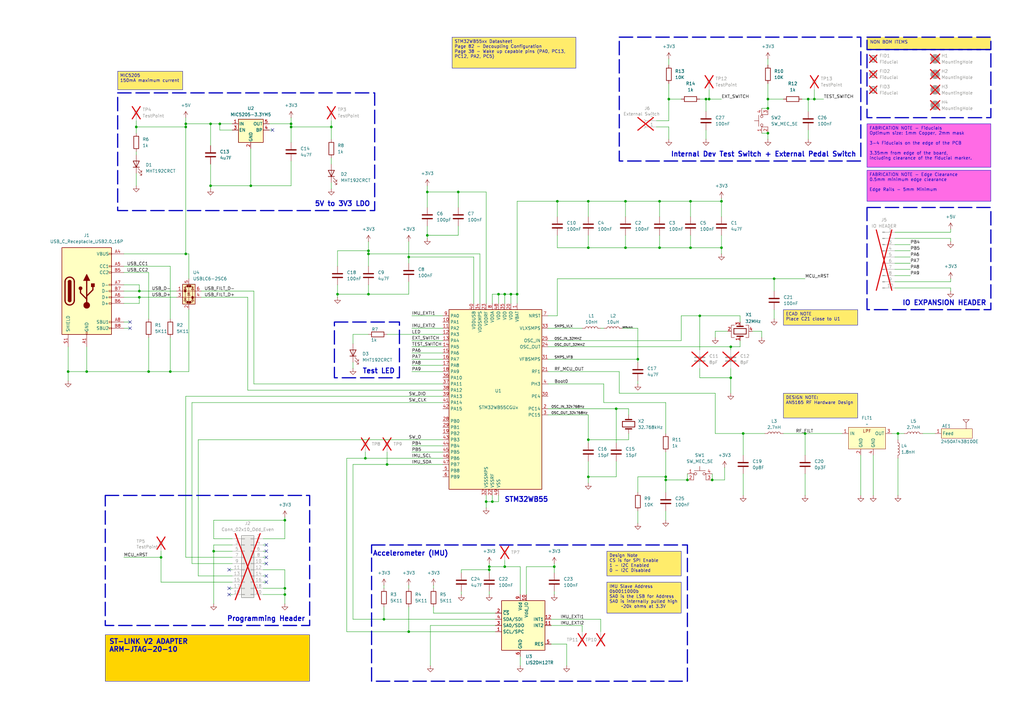
<source format=kicad_sch>
(kicad_sch (version 20231120) (generator "eeschema") (generator_version "8.0")
  (paper "A3")
  (title_block (title "Blue Pedal ") (date "2024-05-27") (rev "A") (company "The Engineering Experience"))
  (junction (at 273.05 196.85))
  (junction (at 86.36 76.2))
  (junction (at 66.04 228.6))
  (junction (at 241.3 82.55))
  (junction (at 314.96 54.61))
  (junction (at 116.84 241.3))
  (junction (at 283.21 101.6))
  (junction (at 241.3 195.58))
  (junction (at 200.66 233.68))
  (junction (at 241.3 180.34))
  (junction (at 151.13 102.87))
  (junction (at 299.72 154.94))
  (junction (at 175.26 78.74))
  (junction (at 256.54 101.6))
  (junction (at 295.91 101.6))
  (junction (at 252.73 167.64))
  (junction (at 157.48 254))
  (junction (at 135.89 52.07))
  (junction (at 201.93 205.74))
  (junction (at 87.63 226.06))
  (junction (at 317.5 114.3))
  (junction (at 270.51 101.6))
  (junction (at 299.72 142.24))
  (junction (at 55.88 52.07))
  (junction (at 76.2 52.07))
  (junction (at 158.75 190.5))
  (junction (at 207.01 232.41))
  (junction (at 149.86 187.96))
  (junction (at 228.6 82.55))
  (junction (at 119.38 50.8))
  (junction (at 304.8 177.8))
  (junction (at 204.47 120.65))
  (junction (at 273.05 195.58))
  (junction (at 290.83 40.64))
  (junction (at 86.36 50.8))
  (junction (at 167.64 259.08))
  (junction (at 334.01 40.64))
  (junction (at 76.2 50.8))
  (junction (at 287.02 129.54))
  (junction (at 314.96 40.64))
  (junction (at 69.85 152.4))
  (junction (at 209.55 120.65))
  (junction (at 35.56 152.4))
  (junction (at 292.1 196.85))
  (junction (at 283.21 82.55))
  (junction (at 116.84 213.36))
  (junction (at 212.09 120.65))
  (junction (at 200.66 232.41))
  (junction (at 167.64 105.41))
  (junction (at 90.17 50.8))
  (junction (at 270.51 82.55))
  (junction (at 331.47 40.64))
  (junction (at 368.3 177.8))
  (junction (at 227.33 232.41))
  (junction (at 57.15 121.92))
  (junction (at 151.13 120.65))
  (junction (at 274.32 40.64))
  (junction (at 199.39 205.74))
  (junction (at 151.13 104.14))
  (junction (at 102.87 76.2))
  (junction (at 116.84 243.84))
  (junction (at 314.96 44.45))
  (junction (at 138.43 120.65))
  (junction (at 60.96 152.4))
  (junction (at 281.94 196.85))
  (junction (at 289.56 40.64))
  (junction (at 57.15 119.38))
  (junction (at 256.54 82.55))
  (junction (at 27.94 152.4))
  (junction (at 119.38 52.07))
  (junction (at 330.2 177.8))
  (junction (at 207.01 120.65))
  (junction (at 295.91 82.55))
  (junction (at 76.2 104.14))
  (junction (at 241.3 101.6))
  (junction (at 261.62 147.32))
  (junction (at 187.96 78.74))
  (junction (at 175.26 96.52))
  (no_connect (at 109.22 226.06))
  (no_connect (at 93.98 241.3))
  (no_connect (at 111.76 53.34))
  (no_connect (at 93.98 233.68))
  (no_connect (at 109.22 223.52))
  (no_connect (at 109.22 231.14))
  (no_connect (at 109.22 228.6))
  (no_connect (at 93.98 243.84))
  (no_connect (at 109.22 238.76))
  (no_connect (at 53.34 134.62))
  (no_connect (at 109.22 236.22))
  (no_connect (at 53.34 132.08))
  (wire (pts (xy 204.47 120.65) (xy 204.47 124.46)))
  (wire (pts (xy 116.84 243.84) (xy 116.84 247.65)))
  (wire (pts (xy 207.01 229.87) (xy 207.01 232.41)))
  (wire (pts (xy 292.1 194.31) (xy 292.1 196.85)))
  (wire (pts (xy 224.79 139.7) (xy 279.4 139.7)))
  (wire (pts (xy 389.89 114.3) (xy 389.89 115.57)))
  (wire (pts (xy 86.36 50.8) (xy 86.36 59.69)))
  (wire (pts (xy 304.8 194.31) (xy 304.8 203.2)))
  (wire (pts (xy 167.64 99.06) (xy 167.64 105.41)))
  (wire (pts (xy 149.86 185.42) (xy 149.86 187.96)))
  (wire (pts (xy 107.95 226.06) (xy 109.22 226.06)))
  (wire (pts (xy 228.6 129.54) (xy 228.6 114.3)))
  (wire (pts (xy 228.6 114.3) (xy 317.5 114.3)))
  (wire (pts (xy 27.94 152.4) (xy 27.94 156.21)))
  (wire (pts (xy 292.1 196.85) (xy 297.18 196.85)))
  (wire (pts (xy 254 161.29) (xy 293.37 161.29)))
  (wire (pts (xy 247.65 157.48) (xy 247.65 165.1)))
  (wire (pts (xy 328.93 40.64) (xy 331.47 40.64)))
  (wire (pts (xy 55.88 62.23) (xy 55.88 63.5)))
  (wire (pts (xy 116.84 241.3) (xy 116.84 243.84)))
  (wire (pts (xy 255.27 134.62) (xy 261.62 134.62)))
  (wire (pts (xy 57.15 121.92) (xy 72.39 121.92)))
  (wire (pts (xy 116.84 220.98) (xy 116.84 213.36)))
  (wire (pts (xy 368.3 177.8) (xy 370.84 177.8)))
  (wire (pts (xy 261.62 134.62) (xy 261.62 147.32)))
  (wire (pts (xy 295.91 81.28) (xy 295.91 82.55)))
  (wire (pts (xy 196.85 124.46) (xy 196.85 104.14)))
  (wire (pts (xy 289.56 53.34) (xy 289.56 57.15)))
  (wire (pts (xy 256.54 96.52) (xy 256.54 101.6)))
  (wire (pts (xy 158.75 190.5) (xy 181.61 190.5)))
  (wire (pts (xy 314.96 40.64) (xy 314.96 44.45)))
  (wire (pts (xy 87.63 220.98) (xy 87.63 213.36)))
  (wire (pts (xy 241.3 170.18) (xy 241.3 180.34)))
  (wire (pts (xy 367.03 105.41) (xy 373.38 105.41)))
  (wire (pts (xy 50.8 116.84) (xy 57.15 116.84)))
  (wire (pts (xy 207.01 120.65) (xy 209.55 120.65)))
  (wire (pts (xy 116.84 212.09) (xy 116.84 213.36)))
  (wire (pts (xy 138.43 116.84) (xy 138.43 120.65)))
  (wire (pts (xy 102.87 76.2) (xy 86.36 76.2)))
  (wire (pts (xy 353.06 186.69) (xy 353.06 203.2)))
  (wire (pts (xy 241.3 180.34) (xy 257.81 180.34)))
  (wire (pts (xy 35.56 152.4) (xy 35.56 142.24)))
  (wire (pts (xy 151.13 116.84) (xy 151.13 120.65)))
  (wire (pts (xy 76.2 48.26) (xy 76.2 50.8)))
  (wire (pts (xy 297.18 191.77) (xy 297.18 196.85)))
  (wire (pts (xy 241.3 101.6) (xy 228.6 101.6)))
  (wire (pts (xy 50.8 124.46) (xy 57.15 124.46)))
  (wire (pts (xy 226.06 254) (xy 246.38 254)))
  (wire (pts (xy 95.25 228.6) (xy 76.2 228.6)))
  (wire (pts (xy 189.23 234.95) (xy 189.23 233.68)))
  (wire (pts (xy 270.51 82.55) (xy 270.51 88.9)))
  (wire (pts (xy 60.96 111.76) (xy 50.8 111.76)))
  (wire (pts (xy 175.26 78.74) (xy 187.96 78.74)))
  (wire (pts (xy 95.25 231.14) (xy 78.74 231.14)))
  (wire (pts (xy 367.03 113.03) (xy 373.38 113.03)))
  (wire (pts (xy 228.6 88.9) (xy 228.6 82.55)))
  (wire (pts (xy 203.2 251.46) (xy 177.8 251.46)))
  (wire (pts (xy 107.95 233.68) (xy 116.84 233.68)))
  (wire (pts (xy 246.38 259.08) (xy 246.38 254)))
  (wire (pts (xy 389.89 118.11) (xy 389.89 119.38)))
  (wire (pts (xy 101.6 160.02) (xy 101.6 121.92)))
  (wire (pts (xy 77.47 104.14) (xy 77.47 114.3)))
  (wire (pts (xy 308.61 135.89) (xy 312.42 135.89)))
  (wire (pts (xy 314.96 34.29) (xy 314.96 40.64)))
  (wire (pts (xy 281.94 194.31) (xy 281.94 196.85)))
  (wire (pts (xy 330.2 177.8) (xy 330.2 186.69)))
  (wire (pts (xy 168.91 142.24) (xy 181.61 142.24)))
  (wire (pts (xy 368.3 187.96) (xy 368.3 203.2)))
  (wire (pts (xy 241.3 88.9) (xy 241.3 82.55)))
  (wire (pts (xy 303.53 129.54) (xy 303.53 132.08)))
  (wire (pts (xy 81.28 180.34) (xy 181.61 180.34)))
  (wire (pts (xy 209.55 120.65) (xy 212.09 120.65)))
  (wire (pts (xy 199.39 78.74) (xy 187.96 78.74)))
  (wire (pts (xy 389.89 97.79) (xy 389.89 99.06)))
  (wire (pts (xy 119.38 48.26) (xy 119.38 50.8)))
  (wire (pts (xy 194.31 124.46) (xy 194.31 105.41)))
  (wire (pts (xy 76.2 52.07) (xy 76.2 104.14)))
  (wire (pts (xy 224.79 167.64) (xy 252.73 167.64)))
  (wire (pts (xy 200.66 233.68) (xy 200.66 234.95)))
  (wire (pts (xy 252.73 167.64) (xy 257.81 167.64)))
  (wire (pts (xy 168.91 144.78) (xy 181.61 144.78)))
  (wire (pts (xy 60.96 130.81) (xy 60.96 111.76)))
  (wire (pts (xy 261.62 201.93) (xy 261.62 195.58)))
  (wire (pts (xy 367.03 95.25) (xy 389.89 95.25)))
  (wire (pts (xy 95.25 220.98) (xy 87.63 220.98)))
  (wire (pts (xy 273.05 165.1) (xy 273.05 177.8)))
  (wire (pts (xy 78.74 165.1) (xy 181.61 165.1)))
  (wire (pts (xy 303.53 139.7) (xy 303.53 142.24)))
  (wire (pts (xy 257.81 180.34) (xy 257.81 177.8)))
  (wire (pts (xy 69.85 109.22) (xy 69.85 130.81)))
  (wire (pts (xy 290.83 40.64) (xy 295.91 40.64)))
  (wire (pts (xy 189.23 242.57) (xy 189.23 243.84)))
  (wire (pts (xy 168.91 134.62) (xy 181.61 134.62)))
  (wire (pts (xy 87.63 223.52) (xy 87.63 226.06)))
  (wire (pts (xy 365.76 177.8) (xy 368.3 177.8)))
  (wire (pts (xy 77.47 152.4) (xy 69.85 152.4)))
  (wire (pts (xy 321.31 177.8) (xy 330.2 177.8)))
  (wire (pts (xy 330.2 177.8) (xy 345.44 177.8)))
  (wire (pts (xy 76.2 162.56) (xy 181.61 162.56)))
  (wire (pts (xy 158.75 137.16) (xy 181.61 137.16)))
  (wire (pts (xy 227.33 232.41) (xy 227.33 234.95)))
  (wire (pts (xy 95.25 241.3) (xy 93.98 241.3)))
  (wire (pts (xy 107.95 231.14) (xy 109.22 231.14)))
  (wire (pts (xy 283.21 82.55) (xy 295.91 82.55)))
  (wire (pts (xy 228.6 82.55) (xy 241.3 82.55)))
  (wire (pts (xy 224.79 157.48) (xy 247.65 157.48)))
  (wire (pts (xy 283.21 82.55) (xy 283.21 88.9)))
  (wire (pts (xy 138.43 102.87) (xy 151.13 102.87)))
  (wire (pts (xy 90.17 50.8) (xy 95.25 50.8)))
  (wire (pts (xy 269.24 49.53) (xy 274.32 49.53)))
  (wire (pts (xy 175.26 78.74) (xy 175.26 85.09)))
  (wire (pts (xy 303.53 129.54) (xy 287.02 129.54)))
  (wire (pts (xy 157.48 240.03) (xy 157.48 241.3)))
  (wire (pts (xy 261.62 156.21) (xy 261.62 157.48)))
  (wire (pts (xy 274.32 40.64) (xy 279.4 40.64)))
  (wire (pts (xy 199.39 205.74) (xy 199.39 203.2)))
  (wire (pts (xy 87.63 226.06) (xy 87.63 247.65)))
  (wire (pts (xy 279.4 129.54) (xy 287.02 129.54)))
  (wire (pts (xy 241.3 189.23) (xy 241.3 195.58)))
  (wire (pts (xy 207.01 232.41) (xy 200.66 232.41)))
  (wire (pts (xy 247.65 165.1) (xy 273.05 165.1)))
  (wire (pts (xy 226.06 264.16) (xy 232.41 264.16)))
  (wire (pts (xy 367.03 97.79) (xy 389.89 97.79)))
  (wire (pts (xy 224.79 134.62) (xy 238.76 134.62)))
  (wire (pts (xy 295.91 101.6) (xy 283.21 101.6)))
  (wire (pts (xy 241.3 180.34) (xy 241.3 181.61)))
  (wire (pts (xy 212.09 120.65) (xy 212.09 82.55)))
  (wire (pts (xy 304.8 186.69) (xy 304.8 177.8)))
  (wire (pts (xy 168.91 182.88) (xy 181.61 182.88)))
  (wire (pts (xy 167.64 240.03) (xy 167.64 241.3)))
  (wire (pts (xy 290.83 36.83) (xy 290.83 40.64)))
  (wire (pts (xy 289.56 40.64) (xy 290.83 40.64)))
  (wire (pts (xy 367.03 118.11) (xy 389.89 118.11)))
  (wire (pts (xy 254 152.4) (xy 254 161.29)))
  (wire (pts (xy 119.38 50.8) (xy 110.49 50.8)))
  (wire (pts (xy 200.66 232.41) (xy 200.66 233.68)))
  (wire (pts (xy 50.8 109.22) (xy 69.85 109.22)))
  (wire (pts (xy 252.73 189.23) (xy 252.73 195.58)))
  (wire (pts (xy 299.72 154.94) (xy 287.02 154.94)))
  (wire (pts (xy 175.26 76.2) (xy 175.26 78.74)))
  (wire (pts (xy 107.95 238.76) (xy 109.22 238.76)))
  (wire (pts (xy 175.26 96.52) (xy 175.26 97.79)))
  (wire (pts (xy 330.2 194.31) (xy 330.2 203.2)))
  (wire (pts (xy 168.91 185.42) (xy 181.61 185.42)))
  (wire (pts (xy 273.05 196.85) (xy 273.05 201.93)))
  (wire (pts (xy 204.47 120.65) (xy 207.01 120.65)))
  (wire (pts (xy 252.73 167.64) (xy 252.73 181.61)))
  (wire (pts (xy 367.03 110.49) (xy 373.38 110.49)))
  (wire (pts (xy 168.91 129.54) (xy 181.61 129.54)))
  (wire (pts (xy 298.45 135.89) (xy 293.37 135.89)))
  (wire (pts (xy 317.5 114.3) (xy 317.5 119.38)))
  (wire (pts (xy 142.24 259.08) (xy 167.64 259.08)))
  (wire (pts (xy 55.88 49.53) (xy 55.88 52.07)))
  (wire (pts (xy 167.64 248.92) (xy 167.64 259.08)))
  (wire (pts (xy 256.54 101.6) (xy 270.51 101.6)))
  (wire (pts (xy 135.89 52.07) (xy 135.89 57.15)))
  (wire (pts (xy 295.91 101.6) (xy 295.91 104.14)))
  (wire (pts (xy 314.96 40.64) (xy 321.31 40.64)))
  (wire (pts (xy 50.8 228.6) (xy 66.04 228.6)))
  (wire (pts (xy 270.51 96.52) (xy 270.51 101.6)))
  (wire (pts (xy 142.24 187.96) (xy 149.86 187.96)))
  (wire (pts (xy 110.49 53.34) (xy 111.76 53.34)))
  (wire (pts (xy 138.43 120.65) (xy 138.43 121.92)))
  (wire (pts (xy 283.21 96.52) (xy 283.21 101.6)))
  (wire (pts (xy 144.78 190.5) (xy 158.75 190.5)))
  (wire (pts (xy 273.05 195.58) (xy 273.05 196.85)))
  (wire (pts (xy 273.05 196.85) (xy 281.94 196.85)))
  (wire (pts (xy 107.95 243.84) (xy 116.84 243.84)))
  (wire (pts (xy 238.76 259.08) (xy 238.76 256.54)))
  (wire (pts (xy 116.84 233.68) (xy 116.84 241.3)))
  (wire (pts (xy 273.05 185.42) (xy 273.05 195.58)))
  (wire (pts (xy 69.85 152.4) (xy 60.96 152.4)))
  (wire (pts (xy 227.33 231.14) (xy 227.33 232.41)))
  (wire (pts (xy 107.95 228.6) (xy 109.22 228.6)))
  (wire (pts (xy 135.89 49.53) (xy 135.89 52.07)))
  (wire (pts (xy 76.2 50.8) (xy 76.2 52.07)))
  (wire (pts (xy 203.2 256.54) (xy 176.53 256.54)))
  (wire (pts (xy 77.47 127) (xy 77.47 152.4)))
  (wire (pts (xy 157.48 254) (xy 203.2 254)))
  (wire (pts (xy 69.85 138.43) (xy 69.85 152.4)))
  (wire (pts (xy 55.88 71.12) (xy 55.88 76.2)))
  (wire (pts (xy 317.5 114.3) (xy 330.2 114.3)))
  (wire (pts (xy 256.54 82.55) (xy 256.54 88.9)))
  (wire (pts (xy 256.54 101.6) (xy 241.3 101.6)))
  (wire (pts (xy 95.25 223.52) (xy 87.63 223.52)))
  (wire (pts (xy 158.75 185.42) (xy 158.75 190.5)))
  (wire (pts (xy 261.62 147.32) (xy 261.62 148.59)))
  (wire (pts (xy 241.3 195.58) (xy 241.3 198.12)))
  (wire (pts (xy 175.26 92.71) (xy 175.26 96.52)))
  (wire (pts (xy 167.64 259.08) (xy 203.2 259.08)))
  (wire (pts (xy 358.14 186.69) (xy 358.14 203.2)))
  (wire (pts (xy 257.81 170.18) (xy 257.81 167.64)))
  (wire (pts (xy 196.85 104.14) (xy 151.13 104.14)))
  (wire (pts (xy 299.72 151.13) (xy 299.72 154.94)))
  (wire (pts (xy 55.88 52.07) (xy 55.88 54.61)))
  (wire (pts (xy 167.64 105.41) (xy 167.64 107.95)))
  (wire (pts (xy 142.24 187.96) (xy 142.24 259.08)))
  (wire (pts (xy 378.46 177.8) (xy 383.54 177.8)))
  (wire (pts (xy 295.91 96.52) (xy 295.91 101.6)))
  (wire (pts (xy 167.64 115.57) (xy 167.64 120.65)))
  (wire (pts (xy 144.78 148.59) (xy 144.78 151.13)))
  (wire (pts (xy 299.72 154.94) (xy 299.72 161.29)))
  (wire (pts (xy 168.91 152.4) (xy 181.61 152.4)))
  (wire (pts (xy 227.33 242.57) (xy 227.33 243.84)))
  (wire (pts (xy 228.6 129.54) (xy 224.79 129.54)))
  (wire (pts (xy 144.78 254) (xy 144.78 190.5)))
  (wire (pts (xy 168.91 149.86) (xy 181.61 149.86)))
  (wire (pts (xy 334.01 36.83) (xy 334.01 40.64)))
  (wire (pts (xy 367.03 107.95) (xy 373.38 107.95)))
  (wire (pts (xy 50.8 119.38) (xy 57.15 119.38)))
  (wire (pts (xy 367.03 115.57) (xy 389.89 115.57)))
  (wire (pts (xy 151.13 99.06) (xy 151.13 102.87)))
  (wire (pts (xy 55.88 52.07) (xy 76.2 52.07)))
  (wire (pts (xy 368.3 180.34) (xy 368.3 177.8)))
  (wire (pts (xy 204.47 203.2) (xy 204.47 205.74)))
  (wire (pts (xy 86.36 50.8) (xy 90.17 50.8)))
  (wire (pts (xy 334.01 40.64) (xy 337.82 40.64)))
  (wire (pts (xy 82.55 121.92) (xy 101.6 121.92)))
  (wire (pts (xy 241.3 170.18) (xy 224.79 170.18)))
  (wire (pts (xy 82.55 119.38) (xy 104.14 119.38)))
  (wire (pts (xy 119.38 52.07) (xy 119.38 50.8)))
  (wire (pts (xy 232.41 264.16) (xy 232.41 273.05)))
  (wire (pts (xy 317.5 127) (xy 317.5 130.81)))
  (wire (pts (xy 76.2 228.6) (xy 76.2 162.56)))
  (wire (pts (xy 189.23 233.68) (xy 200.66 233.68)))
  (wire (pts (xy 273.05 209.55) (xy 273.05 213.36)))
  (wire (pts (xy 119.38 66.04) (xy 119.38 76.2)))
  (wire (pts (xy 293.37 161.29) (xy 293.37 177.8)))
  (wire (pts (xy 119.38 52.07) (xy 135.89 52.07)))
  (wire (pts (xy 209.55 120.65) (xy 209.55 124.46)))
  (wire (pts (xy 287.02 129.54) (xy 287.02 143.51)))
  (wire (pts (xy 151.13 102.87) (xy 151.13 104.14)))
  (wire (pts (xy 274.32 34.29) (xy 274.32 40.64)))
  (wire (pts (xy 312.42 44.45) (xy 314.96 44.45)))
  (wire (pts (xy 331.47 45.72) (xy 331.47 40.64)))
  (wire (pts (xy 102.87 60.96) (xy 102.87 76.2)))
  (wire (pts (xy 228.6 96.52) (xy 228.6 101.6)))
  (wire (pts (xy 176.53 256.54) (xy 176.53 273.05)))
  (wire (pts (xy 256.54 82.55) (xy 270.51 82.55)))
  (wire (pts (xy 119.38 76.2) (xy 102.87 76.2)))
  (wire (pts (xy 60.96 138.43) (xy 60.96 152.4)))
  (wire (pts (xy 312.42 54.61) (xy 314.96 54.61)))
  (wire (pts (xy 367.03 100.33) (xy 373.38 100.33)))
  (wire (pts (xy 274.32 52.07) (xy 274.32 57.15)))
  (wire (pts (xy 95.25 236.22) (xy 81.28 236.22)))
  (wire (pts (xy 187.96 96.52) (xy 187.96 92.71)))
  (wire (pts (xy 104.14 157.48) (xy 104.14 119.38)))
  (wire (pts (xy 181.61 157.48) (xy 104.14 157.48)))
  (wire (pts (xy 167.64 120.65) (xy 151.13 120.65)))
  (wire (pts (xy 90.17 53.34) (xy 90.17 50.8)))
  (wire (pts (xy 66.04 238.76) (xy 66.04 228.6)))
  (wire (pts (xy 314.96 54.61) (xy 314.96 57.15)))
  (wire (pts (xy 50.8 104.14) (xy 76.2 104.14)))
  (wire (pts (xy 241.3 82.55) (xy 256.54 82.55)))
  (wire (pts (xy 95.25 238.76) (xy 66.04 238.76)))
  (wire (pts (xy 215.9 243.84) (xy 215.9 232.41)))
  (wire (pts (xy 204.47 205.74) (xy 201.93 205.74)))
  (wire (pts (xy 149.86 187.96) (xy 181.61 187.96)))
  (wire (pts (xy 50.8 132.08) (xy 53.34 132.08)))
  (wire (pts (xy 57.15 124.46) (xy 57.15 121.92)))
  (wire (pts (xy 168.91 147.32) (xy 181.61 147.32)))
  (wire (pts (xy 200.66 242.57) (xy 200.66 243.84)))
  (wire (pts (xy 181.61 160.02) (xy 101.6 160.02)))
  (wire (pts (xy 87.63 226.06) (xy 95.25 226.06)))
  (wire (pts (xy 304.8 177.8) (xy 313.69 177.8)))
  (wire (pts (xy 86.36 76.2) (xy 86.36 67.31)))
  (wire (pts (xy 295.91 82.55) (xy 295.91 88.9)))
  (wire (pts (xy 213.36 232.41) (xy 207.01 232.41)))
  (wire (pts (xy 66.04 226.06) (xy 66.04 228.6)))
  (wire (pts (xy 157.48 254) (xy 144.78 254)))
  (wire (pts (xy 57.15 121.92) (xy 50.8 121.92)))
  (wire (pts (xy 107.95 236.22) (xy 109.22 236.22)))
  (wire (pts (xy 151.13 120.65) (xy 138.43 120.65)))
  (wire (pts (xy 299.72 142.24) (xy 299.72 143.51)))
  (wire (pts (xy 95.25 233.68) (xy 93.98 233.68)))
  (wire (pts (xy 246.38 134.62) (xy 247.65 134.62)))
  (wire (pts (xy 212.09 82.55) (xy 228.6 82.55)))
  (wire (pts (xy 135.89 64.77) (xy 135.89 67.31)))
  (wire (pts (xy 27.94 142.24) (xy 27.94 152.4)))
  (wire (pts (xy 312.42 135.89) (xy 312.42 138.43)))
  (wire (pts (xy 78.74 231.14) (xy 78.74 165.1)))
  (wire (pts (xy 224.79 147.32) (xy 261.62 147.32)))
  (wire (pts (xy 168.91 139.7) (xy 181.61 139.7)))
  (wire (pts (xy 224.79 142.24) (xy 299.72 142.24)))
  (wire (pts (xy 144.78 137.16) (xy 144.78 140.97)))
  (wire (pts (xy 274.32 24.13) (xy 274.32 26.67)))
  (wire (pts (xy 213.36 243.84) (xy 213.36 232.41)))
  (wire (pts (xy 177.8 240.03) (xy 177.8 241.3)))
  (wire (pts (xy 213.36 269.24) (xy 213.36 273.05)))
  (wire (pts (xy 226.06 256.54) (xy 238.76 256.54)))
  (wire (pts (xy 57.15 116.84) (xy 57.15 119.38)))
  (wire (pts (xy 157.48 248.92) (xy 157.48 254)))
  (wire (pts (xy 287.02 154.94) (xy 287.02 151.13)))
  (wire (pts (xy 367.03 102.87) (xy 373.38 102.87)))
  (wire (pts (xy 95.25 243.84) (xy 93.98 243.84)))
  (wire (pts (xy 199.39 205.74) (xy 201.93 205.74)))
  (wire (pts (xy 199.39 78.74) (xy 199.39 124.46)))
  (wire (pts (xy 207.01 120.65) (xy 207.01 124.46)))
  (wire (pts (xy 175.26 96.52) (xy 187.96 96.52)))
  (wire (pts (xy 57.15 119.38) (xy 72.39 119.38)))
  (wire (pts (xy 144.78 137.16) (xy 151.13 137.16)))
  (wire (pts (xy 76.2 104.14) (xy 77.47 104.14)))
  (wire (pts (xy 293.37 135.89) (xy 293.37 138.43)))
  (wire (pts (xy 270.51 82.55) (xy 283.21 82.55)))
  (wire (pts (xy 241.3 96.52) (xy 241.3 101.6)))
  (wire (pts (xy 389.89 93.98) (xy 389.89 95.25)))
  (wire (pts (xy 95.25 53.34) (xy 90.17 53.34)))
  (wire (pts (xy 215.9 232.41) (xy 227.33 232.41)))
  (wire (pts (xy 76.2 50.8) (xy 86.36 50.8)))
  (wire (pts (xy 279.4 139.7) (xy 279.4 129.54)))
  (wire (pts (xy 86.36 76.2) (xy 86.36 77.47)))
  (wire (pts (xy 287.02 40.64) (xy 289.56 40.64)))
  (wire (pts (xy 314.96 24.13) (xy 314.96 26.67)))
  (wire (pts (xy 81.28 236.22) (xy 81.28 180.34)))
  (wire (pts (xy 187.96 78.74) (xy 187.96 85.09)))
  (wire (pts (xy 331.47 40.64) (xy 334.01 40.64)))
  (wire (pts (xy 212.09 124.46) (xy 212.09 120.65)))
  (wire (pts (xy 261.62 195.58) (xy 273.05 195.58)))
  (wire (pts (xy 289.56 45.72) (xy 289.56 40.64)))
  (wire (pts (xy 261.62 209.55) (xy 261.62 214.63)))
  (wire (pts (xy 201.93 124.46) (xy 201.93 120.65)))
  (wire (pts (xy 201.93 205.74) (xy 201.93 203.2)))
  (wire (pts (xy 87.63 213.36) (xy 116.84 213.36)))
  (wire (pts (xy 151.13 104.14) (xy 151.13 109.22)))
  (wire (pts (xy 252.73 195.58) (xy 241.3 195.58)))
  (wire (pts (xy 274.32 40.64) (xy 274.32 49.53)))
  (wire (pts (xy 107.95 220.98) (xy 116.84 220.98)))
  (wire (pts (xy 60.96 152.4) (xy 35.56 152.4)))
  (wire (pts (xy 201.93 120.65) (xy 204.47 120.65)))
  (wire (pts (xy 107.95 223.52) (xy 109.22 223.52)))
  (wire (pts (xy 293.37 177.8) (xy 304.8 177.8)))
  (wire (pts (xy 50.8 134.62) (xy 53.34 134.62)))
  (wire (pts (xy 138.43 109.22) (xy 138.43 102.87)))
  (wire (pts (xy 200.66 231.14) (xy 200.66 232.41)))
  (wire (pts (xy 167.64 105.41) (xy 194.31 105.41)))
  (wire (pts (xy 270.51 101.6) (xy 283.21 101.6)))
  (wire (pts (xy 199.39 205.74) (xy 199.39 208.28)))
  (wire (pts (xy 224.79 152.4) (xy 254 152.4)))
  (wire (pts (xy 303.53 142.24) (xy 299.72 142.24)))
  (wire (pts (xy 27.94 152.4) (xy 35.56 152.4)))
  (wire (pts (xy 107.95 241.3) (xy 116.84 241.3)))
  (wire (pts (xy 177.8 251.46) (xy 177.8 248.92)))
  (wire (pts (xy 269.24 52.07) (xy 274.32 52.07)))
  (wire (pts (xy 135.89 74.93) (xy 135.89 77.47)))
  (wire (pts (xy 119.38 58.42) (xy 119.38 52.07)))
  (wire (pts (xy 331.47 53.34) (xy 331.47 57.15)))
  (rectangle (start 152.4 223.52) (end 281.94 279.4) (stroke (width 0.5) (type dash)))
  (rectangle (start 355.6 20.32) (end 406.4 48.26) (stroke (width 0.5) (type dash)))
  (text_box "Internal Dev Test Switch + External Pedal Switch" (at 254 15.24 0) (size 99.06 50.8) (stroke (width 0.5) (type dash)) (effects (font (size 2 2) (thickness 0.4) (bold yes)) (justify right bottom)))
  (text_box "IMU Slave Address\n0b0011000b\nSA0 is the LSB for Address\nSA0 is internally pulled high  \n	~20k ohms at 3.3V" (at 248.92 238.76 0) (size 30.48 12.7) (fill (type color) (color 255 223 0 0.58)) (effects (font (size 1.27 1.27)) (justify left top)))
  (text_box "DESIGN NOTE: \nAN5165 RF Hardware Design" (at 321.31 161.29 0) (size 30.48 10.16) (fill (type color) (color 255 223 0 0.58)) (effects (font (size 1.27 1.27)) (justify left top)))
  (text_box "Test LED" (at 137.16 132.08 0) (size 26.67 22.86) (stroke (width 0.5) (type dash)) (effects (font (size 2 2) (thickness 0.4) (bold yes)) (justify right bottom)))
  (text_box "ST-LINK V2 ADAPTER\nARM-JTAG-20-10" (at 43.18 260.35 0) (size 83.82 19.05) (fill (type color) (color 255 212 0 1)) (effects (font (size 2 2) (bold yes)) (justify left top)))
  (text_box "MIC5205\n150mA maximum current" (at 48.26 29.21 0) (size 26.67 7.62) (fill (type color) (color 255 223 0 0.58)) (effects (font (size 1.27 1.27)) (justify left top)))
  (text_box "STM32WB55xx Datasheet \nPage 82 - Decoupling Configuration\nPage 38 - Wake up capable pins (PA0, PC13, PC12, PA2, PC5)" (at 185.42 15.24 0) (size 50.8 12.7) (fill (type color) (color 255 223 0 0.58)) (effects (font (size 1.27 1.27)) (justify left top)))
  (text_box "5V to 3V3 LDO" (at 48.26 38.1 0) (size 105.41 48.26) (stroke (width 0.5) (type dash)) (effects (font (size 2 2) (thickness 0.4) (bold yes)) (justify right bottom)))
  (text_box "NON BOM ITEMS" (at 355.6 15.24 0) (size 50.8 5.08) (stroke (width 0.5) (type dash)) (fill (type color) (color 255 223 0 0.58)) (effects (font (size 1.27 1.27)) (justify left top)))
  (text_box "ECAD NOTE\nPlace C21 close to U1" (at 321.31 127 0) (size 30.48 6.35) (fill (type color) (color 255 223 0 0.58)) (effects (font (size 1.27 1.27)) (justify left top)))
  (text_box "FABRICATION NOTE - Fiducials\nOptimum size: 1mm Copper, 2mm mask\n\n3-4 Fiducials on the edge of the PCB\n\n3.35mm from edge of the board, \nincluding clearance of the fiducial marker. " (at 355.6 50.8 0) (size 50.8 17.78) (fill (type color) (color 255 0 210 0.58)) (effects (font (size 1.27 1.27)) (justify left top)))
  (text_box "IO EXPANSION HEADER" (at 355.6 85.09 0) (size 50.8 41.91) (stroke (width 0.5) (type dash)) (effects (font (size 2 2) (bold yes)) (justify right bottom)))
  (text_box "Programming Header" (at 43.18 203.2 0) (size 83.82 53.34) (stroke (width 0.5) (type dash)) (effects (font (size 2 2) (thickness 0.4) (bold yes)) (justify right bottom)))
  (text_box "Design Note\nCS is for SPI Enable\n1 - I2C Enabled\n0 - I2C Disabled" (at 248.92 226.06 0) (size 30.48 10.16) (fill (type color) (color 255 223 0 0.58)) (effects (font (size 1.27 1.27)) (justify left top)))
  (text_box "FABRICATION NOTE - Edge Clearance\n0.5mm minimum edge clearance\n\nEdge Rails - 5mm Minimum" (at 355.6 69.85 0) (size 50.8 12.7) (fill (type color) (color 255 0 210 0.58)) (effects (font (size 1.27 1.27)) (justify left top)))
  (text "Accelerometer (IMU)" (at 168.402 227.076 0) (effects (font (size 2 2) (thickness 0.4) (bold yes))))
  (text "STM32WB55" (at 215.9 204.978 0) (effects (font (size 2 2) (thickness 0.4) (bold yes))))
  (label "PA6" (at 168.91 144.78 0))
  (label "PA9" (at 168.91 152.4 0))
  (label "OSC_OUT_32k768Hz" (at 226.06 170.18 0) (effects (font (size 1 1))))
  (label "SW_CLK" (at 167.64 165.1 0))
  (label "MCU_nRST" (at 330.2 114.3 0))
  (label "SMPS_VLX1" (at 255.27 134.62 0) (effects (font (size 0.5 0.5))))
  (label "IMU_EXTI2" (at 229.87 256.54 0))
  (label "MCU_nRST" (at 50.8 228.6 0))
  (label "SW_O" (at 167.64 180.34 0))
  (label "IMU_EXTI1" (at 229.87 254 0))
  (label "EXT_SWITCH" (at 295.91 40.64 0))
  (label "IMU_EXTI2" (at 168.91 134.62 0))
  (label "TEST_SWITCH" (at 168.91 142.24 0))
  (label "PA6" (at 373.38 105.41 0))
  (label "SW_DIO" (at 167.64 162.56 0))
  (label "USB_CC1" (at 52.07 109.22 0))
  (label "PB4" (at 373.38 100.33 0))
  (label "PB5" (at 373.38 102.87 0))
  (label "TEST_SWITCH" (at 337.82 40.64 0))
  (label "USB_D-" (at 62.23 119.38 0))
  (label "OSC_IN_32MHZ" (at 227.33 139.7 0) (effects (font (size 1 1))))
  (label "PA7" (at 168.91 147.32 0))
  (label "PA7" (at 373.38 107.95 0))
  (label "PA8" (at 168.91 149.86 0))
  (label "LED" (at 168.91 137.16 0))
  (label "RF_MCU_OUT" (at 227.33 152.4 0))
  (label "USB_FILT_D+" (at 83.82 121.92 0))
  (label "OSC_IN_32k768Hz" (at 226.06 167.64 0) (effects (font (size 1 1))))
  (label "USB_D+" (at 62.23 121.92 0))
  (label "SMPS_VLX" (at 227.33 134.62 0) (effects (font (size 1 1))))
  (label "PB4" (at 168.91 182.88 0))
  (label "SMPS_VFB" (at 227.33 147.32 0) (effects (font (size 1 1))))
  (label "IMU_SCL" (at 168.91 187.96 0))
  (label "RF_FILT" (at 326.39 177.8 0))
  (label "IMU_SDA" (at 168.91 190.5 0))
  (label "USB_FILT_D-" (at 83.82 119.38 0))
  (label "EXT_SWITCH" (at 168.91 139.7 0))
  (label "OSC_OUT_32MHZ" (at 227.33 142.24 0) (effects (font (size 1 1))))
  (label "PA8" (at 373.38 110.49 0))
  (label "PB5" (at 168.91 185.42 0))
  (label "PA9" (at 373.38 113.03 0))
  (label "USB_CC2" (at 52.07 111.76 0))
  (label "IMU_EXTI1" (at 168.91 129.54 0))
  (label "Boot0" (at 227.33 157.48 0))
  (symbol (lib_id "Mechanical:Fiducial") (at 358.14 30.48 0) (unit 1) (in_bom no) (dnp yes)
    (property "Reference" "FID2" (at 360.68 29.2099 0) (effects (justify left)))
    (property "Value" "Fiducial" (at 360.68 31.7499 0) (effects (justify left)))
    (property "Footprint" "Fiducial:Fiducial_1mm_Mask2mm" (effects (hide yes)))
    (property "Description" "Fiducial Marker" (effects (hide yes)))
  )
  (symbol (lib_id "power:GND") (at 144.78 151.13 0) (unit 1)
    (property "Reference" "#PWR031" (effects (hide yes)))
    (property "Value" "GND" (effects (hide yes)))
    (property "Description" "Power symbol creates a global label with name \"GND\" , ground" (effects (hide yes)))
  )
  (symbol (lib_id "Mechanical:MountingHole") (at 383.54 43.18 0) (unit 1) (in_bom no) (dnp yes)
    (property "Reference" "H4" (at 386.08 41.9099 0) (effects (justify left)))
    (property "Value" "MountingHole" (at 386.08 44.4499 0) (effects (justify left)))
    (property "Footprint" "MountingHole:MountingHole_3.2mm_M3" (effects (hide yes)))
    (property "Description" "Mounting Hole without connection" (effects (hide yes)))
  )
  (symbol (lib_id "power:GND") (at 314.96 57.15 0) (unit 1)
    (property "Reference" "#PWR048" (effects (hide yes)))
    (property "Value" "GND" (effects (hide yes)))
    (property "Description" "Power symbol creates a global label with name \"GND\" , ground" (effects (hide yes)))
  )
  (symbol (lib_id "Device:R") (at 325.12 40.64 270) (unit 1)
    (property "Reference" "R12" (at 325.12 34.29 90))
    (property "Value" "1k" (at 325.12 36.83 90))
    (property "Footprint" "Resistor_SMD:R_0402_1005Metric" (effects (hide yes)))
    (property "Description" "Resistor" (effects (hide yes)))
    (property "Manufacturer Part Number" "RC0402FR-131KL" (effects (hide yes)))
    (property "JLCPCB Part #" "C4247997" (effects (hide yes)))
  )
  (symbol (lib_id "power:GND") (at 232.41 273.05 0) (unit 1)
    (property "Reference" "#PWR026" (effects (hide yes)))
    (property "Value" "GND" (effects (hide yes)))
    (property "Description" "Power symbol creates a global label with name \"GND\" , ground" (effects (hide yes)))
  )
  (symbol (lib_id "Connector:TestPoint") (at 290.83 36.83 0) (unit 1) (in_bom no) (dnp yes)
    (property "Reference" "TP12" (at 293.37 32.2579 0) (effects (justify left)))
    (property "Value" "TestPoint" (at 293.37 34.7979 0) (effects (justify left)))
    (property "Footprint" "TestPoint:TestPoint_Pad_D1.0mm" (effects (hide yes)))
    (property "Description" "test point" (effects (hide yes)))
    (property "Manufacturer Part Number" "NA" (effects (hide yes)))
    (property "JLCPCB Part #" "NA" (effects (hide yes)))
  )
  (symbol (lib_id "Connector:TestPoint") (at 246.38 259.08 180) (unit 1) (in_bom no) (dnp yes)
    (property "Reference" "TP10" (at 244.856 262.382 0) (effects (justify left)))
    (property "Value" "TestPoint" (effects (hide yes)))
    (property "Footprint" "TestPoint:TestPoint_Pad_D1.0mm" (effects (hide yes)))
    (property "Description" "test point" (effects (hide yes)))
    (property "Manufacturer Part Number" "NA" (effects (hide yes)))
    (property "JLCPCB Part #" "NA" (effects (hide yes)))
  )
  (symbol (lib_id "Device:R") (at 273.05 181.61 180) (unit 1)
    (property "Reference" "R11" (at 275.59 180.3399 0) (effects (justify right)))
    (property "Value" "1k" (at 275.59 182.8799 0) (effects (justify right)))
    (property "Footprint" "Resistor_SMD:R_0402_1005Metric" (effects (hide yes)))
    (property "Description" "Resistor" (effects (hide yes)))
    (property "Manufacturer Part Number" "RC0402FR-131KL" (effects (hide yes)))
    (property "JLCPCB Part #" "C4247997" (effects (hide yes)))
  )
  (symbol (lib_id "Device:C") (at 287.02 147.32 0) (unit 1) (in_bom no) (dnp yes)
    (property "Reference" "C11" (at 290.83 146.0499 0) (effects (justify left)))
    (property "Value" "8pF" (at 290.83 148.5899 0) (effects (justify left)))
    (property "Footprint" "Capacitor_SMD:C_0402_1005Metric" (effects (hide yes)))
    (property "Description" "Unpolarized capacitor" (effects (hide yes)))
    (property "Manufacturer Part Number" "CGA2B2C0G1H080DT0Y0F" (effects (hide yes)))
    (property "JLCPCB Part #" "C342939" (effects (hide yes)))
  )
  (symbol (lib_id "Device:R") (at 314.96 30.48 0) (unit 1)
    (property "Reference" "R10" (at 317.5 29.2099 0) (effects (justify left)))
    (property "Value" "10K" (at 317.5 31.7499 0) (effects (justify left)))
    (property "Footprint" "Resistor_SMD:R_0402_1005Metric" (effects (hide yes)))
    (property "Description" "Resistor" (effects (hide yes)))
    (property "Manufacturer Part Number" "RC0402FR-0710KL" (effects (hide yes)))
    (property "JLCPCB Part #" "C60490" (effects (hide yes)))
  )
  (symbol (lib_id "power:+3V3") (at 274.32 24.13 0) (unit 1)
    (property "Reference" "#PWR053" (effects (hide yes)))
    (property "Value" "+3V3" (at 274.32 19.05 0))
    (property "Description" "Power symbol creates a global label with name \"+3V3\"" (effects (hide yes)))
  )
  (symbol (lib_id "Connector:TestPoint") (at 334.01 36.83 0) (unit 1) (in_bom no) (dnp yes)
    (property "Reference" "TP13" (at 336.55 32.2579 0) (effects (justify left)))
    (property "Value" "TestPoint" (at 336.55 34.7979 0) (effects (justify left)))
    (property "Footprint" "TestPoint:TestPoint_Pad_D1.0mm" (effects (hide yes)))
    (property "Description" "test point" (effects (hide yes)))
    (property "Manufacturer Part Number" "NA" (effects (hide yes)))
    (property "JLCPCB Part #" "NA" (effects (hide yes)))
  )
  (symbol (lib_id "Device:C") (at 289.56 49.53 0) (unit 1)
    (property "Reference" "C27" (at 293.37 48.2599 0) (effects (justify left)))
    (property "Value" "100nF" (at 293.37 50.7999 0) (effects (justify left)))
    (property "Footprint" "Capacitor_SMD:C_0402_1005Metric" (effects (hide yes)))
    (property "Description" "Unpolarized capacitor" (effects (hide yes)))
    (property "Manufacturer Part Number" "C1005X7R1E104KT000F" (effects (hide yes)))
    (property "JLCPCB Part #" "C189396" (effects (hide yes)))
  )
  (symbol (lib_id "Device:C") (at 175.26 88.9 0) (unit 1)
    (property "Reference" "C6" (at 179.07 87.6299 0) (effects (justify left)))
    (property "Value" "100pF" (at 179.07 90.1699 0) (effects (justify left)))
    (property "Footprint" "Capacitor_SMD:C_0402_1005Metric" (effects (hide yes)))
    (property "Description" "Unpolarized capacitor" (effects (hide yes)))
    (property "Manufacturer Part Number" "CC0402KRX7R9BB101" (effects (hide yes)))
    (property "JLCPCB Part #" "C281751" (effects (hide yes)))
  )
  (symbol (lib_id "Device:C") (at 283.21 92.71 0) (unit 1)
    (property "Reference" "C5" (at 287.02 91.4399 0) (effects (justify left)))
    (property "Value" "100nF" (at 287.02 93.9799 0) (effects (justify left)))
    (property "Footprint" "Capacitor_SMD:C_0402_1005Metric" (effects (hide yes)))
    (property "Description" "Unpolarized capacitor" (effects (hide yes)))
    (property "Manufacturer Part Number" "C1005X7R1E104KT000F" (effects (hide yes)))
    (property "JLCPCB Part #" "C189396" (effects (hide yes)))
  )
  (symbol (lib_id "Connector:TestPoint") (at 207.01 229.87 0) (unit 1) (in_bom no) (dnp yes)
    (property "Reference" "TP7" (at 209.55 226.5679 0) (effects (justify left)))
    (property "Value" "TestPoint" (effects (hide yes)))
    (property "Footprint" "TestPoint:TestPoint_Pad_D1.0mm" (effects (hide yes)))
    (property "Description" "test point" (effects (hide yes)))
    (property "Manufacturer Part Number" "NA" (effects (hide yes)))
    (property "JLCPCB Part #" "NA" (effects (hide yes)))
  )
  (symbol (lib_id "Switch:SW_MEC_5E") (at 287.02 196.85 0) (unit 1)
    (property "Reference" "SW1" (at 287.02 186.69 0))
    (property "Value" "SW_MEC_5E" (at 287.02 189.23 0))
    (property "Footprint" "MyLibrary:SMG-H9" (effects (hide yes)))
    (property "Datasheet" "http://www.apem.com/int/index.php?controller=attachment&id_attachment=1371" (effects (hide yes)))
    (property "Description" "MEC 5E single pole normally-open tactile switch" (effects (hide yes)))
    (property "Manufacturer Part Number" "SMG-H9" (effects (hide yes)))
    (property "JLCPCB Part #" "C7435491" (effects (hide yes)))
  )
  (symbol (lib_id "Device:C") (at 261.62 152.4 0) (unit 1)
    (property "Reference" "C17" (at 265.43 151.1299 0) (effects (justify left)))
    (property "Value" "4u7F" (at 265.43 153.6699 0) (effects (justify left)))
    (property "Footprint" "Capacitor_SMD:C_0603_1608Metric" (effects (hide yes)))
    (property "Description" "Unpolarized capacitor" (effects (hide yes)))
    (property "Manufacturer Part Number" "C1608X5R1V475KT000E" (effects (hide yes)))
    (property "JLCPCB Part #" "C329940" (effects (hide yes)))
  )
  (symbol (lib_id "Device:R") (at 55.88 58.42 0) (unit 1)
    (property "Reference" "R6" (at 58.42 57.1499 0) (effects (justify left)))
    (property "Value" "1k" (at 58.42 59.6899 0) (effects (justify left)))
    (property "Footprint" "Resistor_SMD:R_0402_1005Metric" (effects (hide yes)))
    (property "Description" "Resistor" (effects (hide yes)))
    (property "Manufacturer Part Number" "RC0402FR-131KL" (effects (hide yes)))
    (property "JLCPCB Part #" "C4247997" (effects (hide yes)))
  )
  (symbol (lib_id "power:GND") (at 138.43 121.92 0) (unit 1)
    (property "Reference" "#PWR02" (effects (hide yes)))
    (property "Value" "GND" (effects (hide yes)))
    (property "Description" "Power symbol creates a global label with name \"GND\" , ground" (effects (hide yes)))
  )
  (symbol (lib_id "Device:R") (at 135.89 60.96 0) (unit 1)
    (property "Reference" "R8" (at 138.43 59.6899 0) (effects (justify left)))
    (property "Value" "1k" (at 138.43 62.2299 0) (effects (justify left)))
    (property "Footprint" "Resistor_SMD:R_0402_1005Metric" (effects (hide yes)))
    (property "Description" "Resistor" (effects (hide yes)))
    (property "Manufacturer Part Number" "RC0402FR-131KL" (effects (hide yes)))
    (property "JLCPCB Part #" "C4247997" (effects (hide yes)))
  )
  (symbol (lib_id "Device:R") (at 283.21 40.64 270) (unit 1)
    (property "Reference" "R14" (at 283.21 34.29 90))
    (property "Value" "1k" (at 283.21 36.83 90))
    (property "Footprint" "Resistor_SMD:R_0402_1005Metric" (effects (hide yes)))
    (property "Description" "Resistor" (effects (hide yes)))
    (property "Manufacturer Part Number" "RC0402FR-131KL" (effects (hide yes)))
    (property "JLCPCB Part #" "C4247997" (effects (hide yes)))
  )
  (symbol (lib_id "Mechanical:Fiducial") (at 358.14 24.13 0) (unit 1) (in_bom no) (dnp yes)
    (property "Reference" "FID1" (at 360.68 22.8599 0) (effects (justify left)))
    (property "Value" "Fiducial" (at 360.68 25.3999 0) (effects (justify left)))
    (property "Footprint" "Fiducial:Fiducial_1mm_Mask2mm" (effects (hide yes)))
    (property "Description" "Fiducial Marker" (effects (hide yes)))
  )
  (symbol (lib_id "power:GND") (at 304.8 203.2 0) (unit 1)
    (property "Reference" "#PWR041" (effects (hide yes)))
    (property "Value" "GND" (effects (hide yes)))
    (property "Description" "Power symbol creates a global label with name \"GND\" , ground" (effects (hide yes)))
  )
  (symbol (lib_id "Connector:Conn_01x10_Pin") (at 361.95 105.41 0) (unit 1) (in_bom no) (dnp yes)
    (property "Reference" "J5" (at 362.585 90.17 0))
    (property "Value" "IO HEADER" (at 362.585 92.71 0))
    (property "Footprint" "Connector_PinHeader_2.54mm:PinHeader_1x10_P2.54mm_Vertical" (effects (hide yes)))
    (property "Description" "Generic connector, single row, 01x10, script generated" (effects (hide yes)))
  )
  (symbol (lib_id "power:GND") (at 389.89 119.38 0) (unit 1)
    (property "Reference" "#PWR042" (effects (hide yes)))
    (property "Value" "GND" (effects (hide yes)))
    (property "Description" "Power symbol creates a global label with name \"GND\" , ground" (effects (hide yes)))
  )
  (symbol (lib_id "power:GND") (at 261.62 214.63 0) (unit 1)
    (property "Reference" "#PWR034" (effects (hide yes)))
    (property "Value" "GND" (effects (hide yes)))
    (property "Description" "Power symbol creates a global label with name \"GND\" , ground" (effects (hide yes)))
  )
  (symbol (lib_id "Device:C") (at 241.3 185.42 0) (unit 1)
    (property "Reference" "C16" (at 245.11 184.1499 0) (effects (justify left)))
    (property "Value" "15pF" (at 245.11 186.6899 0) (effects (justify left)))
    (property "Footprint" "Capacitor_SMD:C_0402_1005Metric" (effects (hide yes)))
    (property "Description" "Unpolarized capacitor" (effects (hide yes)))
    (property "Manufacturer Part Number" "CC0402JRNPO9BN150" (effects (hide yes)))
    (property "JLCPCB Part #" "C106997" (effects (hide yes)))
  )
  (symbol (lib_id "power:GND") (at 55.88 76.2 0) (unit 1)
    (property "Reference" "#PWR032" (effects (hide yes)))
    (property "Value" "GND" (effects (hide yes)))
    (property "Description" "Power symbol creates a global label with name \"GND\" , ground" (effects (hide yes)))
  )
  (symbol (lib_id "Connector:Conn_01x02_Socket") (at 264.16 52.07 180) (unit 1) (in_bom no) (dnp yes)
    (property "Reference" "J6" (at 265.43 44.45 0))
    (property "Value" "External Switch" (at 263.144 46.736 0))
    (property "Footprint" "Connector_PinHeader_2.54mm:PinHeader_1x02_P2.54mm_Vertical" (effects (hide yes)))
    (property "Description" "Generic connector, single row, 01x02, script generated" (effects (hide yes)))
  )
  (symbol (lib_id "power:GND") (at 389.89 99.06 0) (unit 1)
    (property "Reference" "#PWR045" (effects (hide yes)))
    (property "Value" "GND" (effects (hide yes)))
    (property "Description" "Power symbol creates a global label with name \"GND\" , ground" (effects (hide yes)))
  )
  (symbol (lib_id "Connector:TestPoint") (at 158.75 185.42 0) (unit 1) (in_bom no) (dnp yes)
    (property "Reference" "TP9" (at 161.29 182.1179 0) (effects (justify left)))
    (property "Value" "TestPoint" (effects (hide yes)))
    (property "Footprint" "TestPoint:TestPoint_Pad_D1.0mm" (effects (hide yes)))
    (property "Description" "test point" (effects (hide yes)))
    (property "Manufacturer Part Number" "NA" (effects (hide yes)))
    (property "JLCPCB Part #" "NA" (effects (hide yes)))
  )
  (symbol (lib_id "Device:L") (at 368.3 184.15 0) (unit 1)
    (property "Reference" "L4" (at 369.57 182.8799 0) (effects (justify left)))
    (property "Value" "1.8nH" (at 369.57 185.4199 0) (effects (justify left)))
    (property "Footprint" "Inductor_SMD:L_0402_1005Metric" (effects (hide yes)))
    (property "Description" "Inductor" (effects (hide yes)))
  )
  (symbol (lib_id "Device:R") (at 157.48 245.11 0) (unit 1)
    (property "Reference" "R3" (at 160.02 243.8399 0) (effects (justify left)))
    (property "Value" "5K11" (at 160.02 246.3799 0) (effects (justify left)))
    (property "Footprint" "Resistor_SMD:R_0402_1005Metric" (effects (hide yes)))
    (property "Description" "Resistor" (effects (hide yes)))
    (property "Manufacturer Part Number" "RC0402FR-075K11L" (effects (hide yes)))
    (property "JLCPCB Part #" "C274895" (effects (hide yes)))
  )
  (symbol (lib_id "power:GND") (at 189.23 243.84 0) (unit 1)
    (property "Reference" "#PWR028" (effects (hide yes)))
    (property "Value" "GND" (effects (hide yes)))
    (property "Description" "Power symbol creates a global label with name \"GND\" , ground" (effects (hide yes)))
  )
  (symbol (lib_id "Device:Crystal") (at 257.81 173.99 90) (unit 1)
    (property "Reference" "X2" (at 261.62 172.7199 90) (effects (justify right)))
    (property "Value" "32.768kHz" (at 261.62 175.2599 90) (effects (justify right)))
    (property "Footprint" "Crystal:Crystal_SMD_2012-2Pin_2.0x1.2mm" (effects (hide yes)))
    (property "Datasheet" "NX2012SA-32.768KHZ-EXS00A-MU00644" (effects (hide yes)))
    (property "Description" "Two pin crystal" (effects (hide yes)))
    (property "Manufacturer Part Number" "NX2012SA-32.768KHZ-EXS00A-MU00644" (effects (hide yes)))
    (property "JLCPCB Part #" "C2828558" (effects (hide yes)))
  )
  (symbol (lib_id "Device:C") (at 167.64 111.76 0) (unit 1)
    (property "Reference" "C8" (at 171.45 110.4899 0) (effects (justify left)))
    (property "Value" "100nF" (at 171.45 113.0299 0) (effects (justify left)))
    (property "Footprint" "Capacitor_SMD:C_0402_1005Metric" (effects (hide yes)))
    (property "Description" "Unpolarized capacitor" (effects (hide yes)))
    (property "Manufacturer Part Number" "C1005X7R1E104KT000F" (effects (hide yes)))
    (property "JLCPCB Part #" "C189396" (effects (hide yes)))
  )
  (symbol (lib_id "Device:C") (at 228.6 92.71 0) (unit 1)
    (property "Reference" "C10" (at 232.41 91.4399 0) (effects (justify left)))
    (property "Value" "100nF" (at 232.41 93.9799 0) (effects (justify left)))
    (property "Footprint" "Capacitor_SMD:C_0402_1005Metric" (effects (hide yes)))
    (property "Description" "Unpolarized capacitor" (effects (hide yes)))
    (property "Manufacturer Part Number" "C1005X7R1E104KT000F" (effects (hide yes)))
    (property "JLCPCB Part #" "C189396" (effects (hide yes)))
  )
  (symbol (lib_id "Mechanical:MountingHole") (at 383.54 30.48 0) (unit 1) (in_bom no) (dnp yes)
    (property "Reference" "H2" (at 386.08 29.2099 0) (effects (justify left)))
    (property "Value" "MountingHole" (at 386.08 31.7499 0) (effects (justify left)))
    (property "Footprint" "MountingHole:MountingHole_3.2mm_M3" (effects (hide yes)))
    (property "Description" "Mounting Hole without connection" (effects (hide yes)))
  )
  (symbol (lib_id "Device:C") (at 270.51 92.71 0) (unit 1)
    (property "Reference" "C3" (at 274.32 91.4399 0) (effects (justify left)))
    (property "Value" "100nF" (at 274.32 93.9799 0) (effects (justify left)))
    (property "Footprint" "Capacitor_SMD:C_0402_1005Metric" (effects (hide yes)))
    (property "Description" "Unpolarized capacitor" (effects (hide yes)))
    (property "Manufacturer Part Number" "C1005X7R1E104KT000F" (effects (hide yes)))
    (property "JLCPCB Part #" "C189396" (effects (hide yes)))
  )
  (symbol (lib_id "Device:C") (at 252.73 185.42 0) (unit 1)
    (property "Reference" "C15" (at 256.54 184.1499 0) (effects (justify left)))
    (property "Value" "15pF" (at 256.54 186.6899 0) (effects (justify left)))
    (property "Footprint" "Capacitor_SMD:C_0402_1005Metric" (effects (hide yes)))
    (property "Description" "Unpolarized capacitor" (effects (hide yes)))
    (property "Manufacturer Part Number" "CC0402JRNPO9BN150" (effects (hide yes)))
    (property "JLCPCB Part #" "C106997" (effects (hide yes)))
  )
  (symbol (lib_id "power:GND") (at 261.62 157.48 0) (unit 1)
    (property "Reference" "#PWR012" (effects (hide yes)))
    (property "Value" "GND" (effects (hide yes)))
    (property "Description" "Power symbol creates a global label with name \"GND\" , ground" (effects (hide yes)))
  )
  (symbol (lib_id "Device:R") (at 60.96 134.62 0) (unit 1)
    (property "Reference" "R1" (at 63.5 133.3499 0) (effects (justify left)))
    (property "Value" "5K11" (at 63.5 135.8899 0) (effects (justify left)))
    (property "Footprint" "Resistor_SMD:R_0402_1005Metric" (effects (hide yes)))
    (property "Description" "Resistor" (effects (hide yes)))
    (property "Manufacturer Part Number" "RC0402FR-075K11L" (effects (hide yes)))
    (property "JLCPCB Part #" "C274895" (effects (hide yes)))
  )
  (symbol (lib_id "power:GND") (at 176.53 273.05 0) (unit 1)
    (property "Reference" "#PWR027" (effects (hide yes)))
    (property "Value" "GND" (effects (hide yes)))
    (property "Description" "Power symbol creates a global label with name \"GND\" , ground" (effects (hide yes)))
  )
  (symbol (lib_id "Connector_Generic:Conn_02x10_Odd_Even") (at 100.33 231.14 0) (unit 1) (in_bom no) (dnp yes)
    (property "Reference" "J2" (at 101.6 214.63 0))
    (property "Value" "Conn_02x10_Odd_Even" (at 101.6 217.17 0))
    (property "Footprint" "MyLibrary:EDGE_HEADER_20_WAY" (effects (hide yes)))
    (property "Description" "Generic connector, double row, 02x10, odd/even pin numbering scheme (row 1 odd numbers, row 2 even numbers), script generated (kicad-library-utils/schlib/autogen/connector/)" (effects (hide yes)))
  )
  (symbol (lib_id "power:GND") (at 227.33 243.84 0) (unit 1)
    (property "Reference" "#PWR020" (effects (hide yes)))
    (property "Value" "GND" (effects (hide yes)))
    (property "Description" "Power symbol creates a global label with name \"GND\" , ground" (effects (hide yes)))
  )
  (symbol (lib_id "Device:C") (at 295.91 92.71 0) (unit 1)
    (property "Reference" "C1" (at 299.72 91.4399 0) (effects (justify left)))
    (property "Value" "4u7F" (at 299.72 93.9799 0) (effects (justify left)))
    (property "Footprint" "Capacitor_SMD:C_0603_1608Metric" (effects (hide yes)))
    (property "Description" "Unpolarized capacitor" (effects (hide yes)))
    (property "Manufacturer Part Number" "C1608X5R1V475KT000E" (effects (hide yes)))
    (property "JLCPCB Part #" "C329940" (effects (hide yes)))
  )
  (symbol (lib_id "power:GND") (at 330.2 203.2 0) (unit 1)
    (property "Reference" "#PWR040" (effects (hide yes)))
    (property "Value" "GND" (effects (hide yes)))
    (property "Description" "Power symbol creates a global label with name \"GND\" , ground" (effects (hide yes)))
  )
  (symbol (lib_id "Device:C") (at 119.38 62.23 0) (unit 1)
    (property "Reference" "C14" (at 123.19 60.9599 0) (effects (justify left)))
    (property "Value" "4u7F" (at 123.19 63.4999 0) (effects (justify left)))
    (property "Footprint" "Capacitor_SMD:C_0603_1608Metric" (effects (hide yes)))
    (property "Description" "Unpolarized capacitor" (effects (hide yes)))
    (property "Manufacturer Part Number" "C1608X5R1V475KT000E" (effects (hide yes)))
    (property "JLCPCB Part #" "C329940" (effects (hide yes)))
  )
  (symbol (lib_id "Device:C") (at 200.66 238.76 0) (unit 1)
    (property "Reference" "C22" (at 204.47 237.4899 0) (effects (justify left)))
    (property "Value" "100nF" (at 204.47 240.0299 0) (effects (justify left)))
    (property "Footprint" "Capacitor_SMD:C_0402_1005Metric" (effects (hide yes)))
    (property "Description" "Unpolarized capacitor" (effects (hide yes)))
    (property "Manufacturer Part Number" "C1005X7R1E104KT000F" (effects (hide yes)))
    (property "JLCPCB Part #" "C189396" (effects (hide yes)))
  )
  (symbol (lib_id "Device:C") (at 86.36 63.5 0) (unit 1)
    (property "Reference" "C13" (at 90.17 62.2299 0) (effects (justify left)))
    (property "Value" "4u7F" (at 90.17 64.7699 0) (effects (justify left)))
    (property "Footprint" "Capacitor_SMD:C_0603_1608Metric" (effects (hide yes)))
    (property "Description" "Unpolarized capacitor" (effects (hide yes)))
    (property "Manufacturer Part Number" "C1608X5R1V475KT000E" (effects (hide yes)))
    (property "JLCPCB Part #" "C329940" (effects (hide yes)))
  )
  (symbol (lib_id "power:+3V3") (at 119.38 48.26 0) (unit 1)
    (property "Reference" "#PWR029" (effects (hide yes)))
    (property "Value" "+3V3" (at 119.38 43.18 0))
    (property "Description" "Power symbol creates a global label with name \"+3V3\"" (effects (hide yes)))
  )
  (symbol (lib_id "Mechanical:Fiducial") (at 358.14 36.83 0) (unit 1) (in_bom no) (dnp yes)
    (property "Reference" "FID3" (at 360.68 35.5599 0) (effects (justify left)))
    (property "Value" "Fiducial" (at 360.68 38.0999 0) (effects (justify left)))
    (property "Footprint" "Fiducial:Fiducial_1mm_Mask2mm" (effects (hide yes)))
    (property "Description" "Fiducial Marker" (effects (hide yes)))
  )
  (symbol (lib_id "power:GND") (at 116.84 247.65 0) (unit 1)
    (property "Reference" "#PWR016" (effects (hide yes)))
    (property "Value" "GND" (effects (hide yes)))
    (property "Description" "Power symbol creates a global label with name \"GND\" , ground" (effects (hide yes)))
  )
  (symbol (lib_id "power:+3V3") (at 151.13 99.06 0) (unit 1)
    (property "Reference" "#PWR06" (effects (hide yes)))
    (property "Value" "+3V3" (at 151.13 93.98 0))
    (property "Description" "Power symbol creates a global label with name \"+3V3\"" (effects (hide yes)))
  )
  (symbol (lib_id "power:GND") (at 299.72 161.29 0) (unit 1)
    (property "Reference" "#PWR08" (effects (hide yes)))
    (property "Value" "GND" (effects (hide yes)))
    (property "Description" "Power symbol creates a global label with name \"GND\" , ground" (effects (hide yes)))
  )
  (symbol (lib_id "Device:C") (at 273.05 205.74 0) (unit 1)
    (property "Reference" "C25" (at 276.86 204.4699 0) (effects (justify left)))
    (property "Value" "100nF" (at 276.86 207.0099 0) (effects (justify left)))
    (property "Footprint" "Capacitor_SMD:C_0402_1005Metric" (effects (hide yes)))
    (property "Description" "Unpolarized capacitor" (effects (hide yes)))
    (property "Manufacturer Part Number" "C1005X7R1E104KT000F" (effects (hide yes)))
    (property "JLCPCB Part #" "C189396" (effects (hide yes)))
  )
  (symbol (lib_id "power:GND") (at 289.56 57.15 0) (unit 1)
    (property "Reference" "#PWR051" (effects (hide yes)))
    (property "Value" "GND" (effects (hide yes)))
    (property "Description" "Power symbol creates a global label with name \"GND\" , ground" (effects (hide yes)))
  )
  (symbol (lib_id "power:GND") (at 199.39 208.28 0) (unit 1)
    (property "Reference" "#PWR07" (effects (hide yes)))
    (property "Value" "GND" (effects (hide yes)))
    (property "Description" "Power symbol creates a global label with name \"GND\" , ground" (effects (hide yes)))
  )
  (symbol (lib_id "MyLibrary:2450AT43B100E") (at 386.08 177.8 0) (unit 1)
    (property "Reference" "AE1" (at 386.334 174.752 0) (effects (justify left)))
    (property "Value" "2450AT43B100E" (at 385.826 181.102 0) (effects (justify left)))
    (property "Footprint" "MyLibrary:2450AT43B100E" (effects (hide yes)))
  )
  (symbol (lib_id "power:+3V3") (at 167.64 99.06 0) (unit 1)
    (property "Reference" "#PWR03" (effects (hide yes)))
    (property "Value" "+3V3" (at 167.64 93.98 0))
    (property "Description" "Power symbol creates a global label with name \"+3V3\"" (effects (hide yes)))
  )
  (symbol (lib_id "power:+3V3") (at 200.66 231.14 0) (unit 1)
    (property "Reference" "#PWR021" (effects (hide yes)))
    (property "Value" "+3V3" (at 200.66 226.06 0))
    (property "Description" "Power symbol creates a global label with name \"+3V3\"" (effects (hide yes)))
  )
  (symbol (lib_id "MCU_ST_STM32WB:STM32WB55CGUx") (at 204.47 165.1 0) (mirror y) (unit 1)
    (property "Reference" "U1" (at 205.74 160.274 0) (effects (justify left)))
    (property "Value" "STM32WB55CGUx" (at 212.598 167.132 0) (effects (justify left)))
    (property "Footprint" "Package_DFN_QFN:QFN-48-1EP_7x7mm_P0.5mm_EP5.6x5.6mm" (effects (hide yes)))
    (property "Datasheet" "https://www.st.com/resource/en/datasheet/stm32wb55cg.pdf" (effects (hide yes)))
    (property "Description" "STMicroelectronics Arm Cortex-M4 MCU, 1024KB flash, 256KB RAM, 64 MHz, 1.71-3.6V, 30 GPIO, UFQFPN48" (effects (hide yes)))
    (property "Manufacturer Part Number" "STM32WB55CGU6" (effects (hide yes)))
    (property "JLCPCB Part #" "C404023" (effects (hide yes)))
  )
  (symbol (lib_id "power:+3V3") (at 297.18 191.77 0) (unit 1)
    (property "Reference" "#PWR036" (effects (hide yes)))
    (property "Value" "+3V3" (at 297.18 186.69 0))
    (property "Description" "Power symbol creates a global label with name \"+3V3\"" (effects (hide yes)))
  )
  (symbol (lib_id "power:+3V3") (at 314.96 24.13 0) (unit 1)
    (property "Reference" "#PWR049" (effects (hide yes)))
    (property "Value" "+3V3" (at 314.96 19.05 0))
    (property "Description" "Power symbol creates a global label with name \"+3V3\"" (effects (hide yes)))
  )
  (symbol (lib_id "Device:C") (at 304.8 190.5 0) (unit 1)
    (property "Reference" "C19" (at 308.61 189.2299 0) (effects (justify left)))
    (property "Value" "0p8F" (at 308.61 191.7699 0) (effects (justify left)))
    (property "Footprint" "Capacitor_SMD:C_0402_1005Metric" (effects (hide yes)))
    (property "Description" "Unpolarized capacitor" (effects (hide yes)))
    (property "Manufacturer Part Number" "GRM1555C1HR80BA01D" (effects (hide yes)))
    (property "JLCPCB Part #" "C76988" (effects (hide yes)))
  )
  (symbol (lib_id "Device:R") (at 154.94 137.16 270) (unit 1)
    (property "Reference" "R7" (at 152.4 135.128 90) (effects (justify left)))
    (property "Value" "1k" (at 152.146 139.446 90) (effects (justify left)))
    (property "Footprint" "Resistor_SMD:R_0402_1005Metric" (effects (hide yes)))
    (property "Description" "Resistor" (effects (hide yes)))
    (property "Manufacturer Part Number" "RC0402FR-131KL" (effects (hide yes)))
    (property "JLCPCB Part #" "C4247997" (effects (hide yes)))
  )
  (symbol (lib_id "Device:R") (at 167.64 245.11 0) (unit 1)
    (property "Reference" "R4" (at 170.18 243.8399 0) (effects (justify left)))
    (property "Value" "5K11" (at 170.18 246.3799 0) (effects (justify left)))
    (property "Footprint" "Resistor_SMD:R_0402_1005Metric" (effects (hide yes)))
    (property "Description" "Resistor" (effects (hide yes)))
    (property "Manufacturer Part Number" "RC0402FR-075K11L" (effects (hide yes)))
    (property "JLCPCB Part #" "C274895" (effects (hide yes)))
  )
  (symbol (lib_id "Device:L") (at 374.65 177.8 90) (unit 1)
    (property "Reference" "L5" (at 374.65 172.72 90))
    (property "Value" "2.7nH" (at 374.65 175.26 90))
    (property "Footprint" "Inductor_SMD:L_0402_1005Metric" (effects (hide yes)))
    (property "Description" "Inductor" (effects (hide yes)))
  )
  (symbol (lib_id "power:+5V") (at 389.89 93.98 0) (unit 1)
    (property "Reference" "#PWR044" (effects (hide yes)))
    (property "Value" "+5V" (at 389.89 88.9 0))
    (property "Description" "Power symbol creates a global label with name \"+5V\"" (effects (hide yes)))
  )
  (symbol (lib_id "power:GND") (at 317.5 130.81 0) (unit 1)
    (property "Reference" "#PWR017" (effects (hide yes)))
    (property "Value" "GND" (effects (hide yes)))
    (property "Description" "Power symbol creates a global label with name \"GND\" , ground" (effects (hide yes)))
  )
  (symbol (lib_id "power:GND") (at 274.32 57.15 0) (unit 1)
    (property "Reference" "#PWR052" (effects (hide yes)))
    (property "Value" "GND" (effects (hide yes)))
    (property "Description" "Power symbol creates a global label with name \"GND\" , ground" (effects (hide yes)))
  )
  (symbol (lib_id "power:+5V") (at 76.2 48.26 0) (unit 1)
    (property "Reference" "#PWR09" (effects (hide yes)))
    (property "Value" "+5V" (at 76.2 43.18 0))
    (property "Description" "Power symbol creates a global label with name \"+5V\"" (effects (hide yes)))
  )
  (symbol (lib_id "Device:C") (at 330.2 190.5 0) (unit 1)
    (property "Reference" "C20" (at 334.01 189.2299 0) (effects (justify left)))
    (property "Value" "0p3F" (at 334.01 191.7699 0) (effects (justify left)))
    (property "Footprint" "Capacitor_SMD:C_0402_1005Metric" (effects (hide yes)))
    (property "Description" "Unpolarized capacitor" (effects (hide yes)))
    (property "Manufacturer Part Number" "GRM1555C1HR30BA01D" (effects (hide yes)))
    (property "JLCPCB Part #" "C88939" (effects (hide yes)))
  )
  (symbol (lib_id "MyLibrary:DLF162500LT-5028A1") (at 355.6 177.8 0) (unit 1)
    (property "Reference" "FLT1" (at 355.6 171.45 0))
    (property "Value" "~" (at 355.6 173.99 0))
    (property "Footprint" "MyLibrary:DLF162500LT-5028A1" (effects (hide yes)))
    (property "Manufacturer Part Number" "DLF162500LT-5028A1" (effects (hide yes)))
    (property "JLCPCB Part #" "C531364" (effects (hide yes)))
  )
  (symbol (lib_id "Connector:USB_C_Receptacle_USB2.0_16P") (at 35.56 119.38 0) (unit 1)
    (property "Reference" "J1" (at 35.56 96.52 0))
    (property "Value" "USB_C_Receptacle_USB2.0_16P" (at 35.56 99.06 0))
    (property "Footprint" "Connector_USB:USB_C_Receptacle_GCT_USB4105-xx-A_16P_TopMnt_Horizontal" (effects (hide yes)))
    (property "Datasheet" "https://www.usb.org/sites/default/files/documents/usb_type-c.zip" (effects (hide yes)))
    (property "Description" "USB 2.0-only 16P Type-C Receptacle connector" (effects (hide yes)))
    (property "Manufacturer Part Number" "GT-USB-7047C" (effects (hide yes)))
    (property "JLCPCB Part #" "C963218" (effects (hide yes)))
  )
  (symbol (lib_id "Device:C") (at 331.47 49.53 0) (unit 1)
    (property "Reference" "C26" (at 335.28 48.2599 0) (effects (justify left)))
    (property "Value" "100nF" (at 335.28 50.7999 0) (effects (justify left)))
    (property "Footprint" "Capacitor_SMD:C_0402_1005Metric" (effects (hide yes)))
    (property "Description" "Unpolarized capacitor" (effects (hide yes)))
    (property "Manufacturer Part Number" "C1005X7R1E104KT000F" (effects (hide yes)))
    (property "JLCPCB Part #" "C189396" (effects (hide yes)))
  )
  (symbol (lib_id "Regulator_Linear:MIC5205-3.3YM5") (at 102.87 53.34 0) (unit 1)
    (property "Reference" "U2" (at 102.87 44.45 0))
    (property "Value" "MIC5205-3.3YM5" (at 102.87 46.99 0))
    (property "Footprint" "Package_TO_SOT_SMD:SOT-23-5" (effects (hide yes)))
    (property "Datasheet" "http://ww1.microchip.com/downloads/en/DeviceDoc/20005785A.pdf" (effects (hide yes)))
    (property "Description" "150mA low dropout linear regulator, fixed 3.3V output, SOT-23-5" (effects (hide yes)))
    (property "Manufacturer Part Number" "MIC5205-3.3YM5" (effects (hide yes)))
    (property "JLCPCB Part #" "C37970" (effects (hide yes)))
  )
  (symbol (lib_id "power:GND") (at 295.91 104.14 0) (unit 1)
    (property "Reference" "#PWR01" (effects (hide yes)))
    (property "Value" "GND" (effects (hide yes)))
    (property "Description" "Power symbol creates a global label with name \"GND\" , ground" (effects (hide yes)))
  )
  (symbol (lib_id "power:GND") (at 213.36 273.05 0) (unit 1)
    (property "Reference" "#PWR018" (effects (hide yes)))
    (property "Value" "GND" (effects (hide yes)))
    (property "Description" "Power symbol creates a global label with name \"GND\" , ground" (effects (hide yes)))
  )
  (symbol (lib_id "power:GND") (at 27.94 156.21 0) (unit 1)
    (property "Reference" "#PWR010" (effects (hide yes)))
    (property "Value" "GND" (effects (hide yes)))
    (property "Description" "Power symbol creates a global label with name \"GND\" , ground" (effects (hide yes)))
  )
  (symbol (lib_id "Sensor_Motion:LIS2DE12") (at 213.36 256.54 0) (unit 1)
    (property "Reference" "U3" (at 215.5541 269.24 0) (effects (justify left)))
    (property "Value" "LIS2DH12TR" (at 215.5541 271.78 0) (effects (justify left)))
    (property "Footprint" "Package_LGA:LGA-12_2x2mm_P0.5mm" (effects (hide yes)))
    (property "Datasheet" "https://www.st.com/resource/en/datasheet/lis2DE12.pdf" (effects (hide yes)))
    (property "Description" "3-Axis Accelerometer, 2/4/8/16g range, I2C/SPI interface" (effects (hide yes)))
    (property "Manufacturer Part Number" "LIS2DH12TR" (effects (hide yes)))
    (property "JLCPCB Part #" "C110926" (effects (hide yes)))
  )
  (symbol (lib_id "power:GND") (at 200.66 243.84 0) (unit 1)
    (property "Reference" "#PWR019" (effects (hide yes)))
    (property "Value" "GND" (effects (hide yes)))
    (property "Description" "Power symbol creates a global label with name \"GND\" , ground" (effects (hide yes)))
  )
  (symbol (lib_id "Device:C") (at 256.54 92.71 0) (unit 1)
    (property "Reference" "C2" (at 260.35 91.4399 0) (effects (justify left)))
    (property "Value" "100nF" (at 260.35 93.9799 0) (effects (justify left)))
    (property "Footprint" "Capacitor_SMD:C_0402_1005Metric" (effects (hide yes)))
    (property "Description" "Unpolarized capacitor" (effects (hide yes)))
    (property "Manufacturer Part Number" "C1005X7R1E104KT000F" (effects (hide yes)))
    (property "JLCPCB Part #" "C189396" (effects (hide yes)))
  )
  (symbol (lib_id "Device:LED") (at 55.88 67.31 90) (unit 1)
    (property "Reference" "D1" (at 59.69 67.6274 90) (effects (justify right)))
    (property "Value" "MHT192CRCT" (at 59.69 70.1674 90) (effects (justify right)))
    (property "Footprint" "LED_SMD:LED_0603_1608Metric" (effects (hide yes)))
    (property "Description" "Light emitting diode" (effects (hide yes)))
    (property "Manufacturer Part Number" "MHT192CRCT" (effects (hide yes)))
    (property "JLCPCB Part #" "C389517" (effects (hide yes)))
  )
  (symbol (lib_id "power:+3V3") (at 116.84 212.09 0) (unit 1)
    (property "Reference" "#PWR014" (effects (hide yes)))
    (property "Value" "+3V3" (at 116.84 207.01 0))
    (property "Description" "Power symbol creates a global label with name \"+3V3\"" (effects (hide yes)))
  )
  (symbol (lib_id "power:GND") (at 86.36 77.47 0) (unit 1)
    (property "Reference" "#PWR030" (effects (hide yes)))
    (property "Value" "GND" (effects (hide yes)))
    (property "Description" "Power symbol creates a global label with name \"GND\" , ground" (effects (hide yes)))
  )
  (symbol (lib_id "Device:C") (at 241.3 92.71 0) (unit 1)
    (property "Reference" "C4" (at 245.11 91.4399 0) (effects (justify left)))
    (property "Value" "100nF" (at 245.11 93.9799 0) (effects (justify left)))
    (property "Footprint" "Capacitor_SMD:C_0402_1005Metric" (effects (hide yes)))
    (property "Description" "Unpolarized capacitor" (effects (hide yes)))
    (property "Manufacturer Part Number" "C1005X7R1E104KT000F" (effects (hide yes)))
    (property "JLCPCB Part #" "C189396" (effects (hide yes)))
  )
  (symbol (lib_id "power:+3V3") (at 157.48 240.03 0) (unit 1)
    (property "Reference" "#PWR023" (effects (hide yes)))
    (property "Value" "+3V3" (at 157.48 234.95 0))
    (property "Description" "Power symbol creates a global label with name \"+3V3\"" (effects (hide yes)))
  )
  (symbol (lib_id "power:GND") (at 312.42 138.43 0) (unit 1)
    (property "Reference" "#PWR047" (effects (hide yes)))
    (property "Value" "GND" (effects (hide yes)))
    (property "Description" "Power symbol creates a global label with name \"GND\" , ground" (effects (hide yes)))
  )
  (symbol (lib_id "Device:R") (at 177.8 245.11 0) (unit 1)
    (property "Reference" "R5" (at 180.34 243.8399 0) (effects (justify left)))
    (property "Value" "5K11" (at 180.34 246.3799 0) (effects (justify left)))
    (property "Footprint" "Resistor_SMD:R_0402_1005Metric" (effects (hide yes)))
    (property "Description" "Resistor" (effects (hide yes)))
    (property "Manufacturer Part Number" "RC0402FR-075K11L" (effects (hide yes)))
    (property "JLCPCB Part #" "C274895" (effects (hide yes)))
  )
  (symbol (lib_id "Mechanical:MountingHole") (at 383.54 36.83 0) (unit 1) (in_bom no) (dnp yes)
    (property "Reference" "H3" (at 386.08 35.5599 0) (effects (justify left)))
    (property "Value" "MountingHole" (at 386.08 38.0999 0) (effects (justify left)))
    (property "Footprint" "MountingHole:MountingHole_3.2mm_M3" (effects (hide yes)))
    (property "Description" "Mounting Hole without connection" (effects (hide yes)))
  )
  (symbol (lib_id "power:GND") (at 331.47 57.15 0) (unit 1)
    (property "Reference" "#PWR050" (effects (hide yes)))
    (property "Value" "GND" (effects (hide yes)))
    (property "Description" "Power symbol creates a global label with name \"GND\" , ground" (effects (hide yes)))
  )
  (symbol (lib_id "power:GND") (at 135.89 77.47 0) (unit 1)
    (property "Reference" "#PWR033" (effects (hide yes)))
    (property "Value" "GND" (effects (hide yes)))
    (property "Description" "Power symbol creates a global label with name \"GND\" , ground" (effects (hide yes)))
  )
  (symbol (lib_id "Device:C") (at 317.5 123.19 0) (unit 1)
    (property "Reference" "C21" (at 321.31 121.9199 0) (effects (justify left)))
    (property "Value" "100nF" (at 321.31 124.4599 0) (effects (justify left)))
    (property "Footprint" "Capacitor_SMD:C_0402_1005Metric" (effects (hide yes)))
    (property "Description" "Unpolarized capacitor" (effects (hide yes)))
    (property "Manufacturer Part Number" "C1005X7R1E104KT000F" (effects (hide yes)))
    (property "JLCPCB Part #" "C189396" (effects (hide yes)))
  )
  (symbol (lib_id "Device:LED") (at 144.78 144.78 90) (unit 1)
    (property "Reference" "D3" (at 148.59 145.0974 90) (effects (justify right)))
    (property "Value" "MHT192CRCT" (at 148.59 147.6374 90) (effects (justify right)))
    (property "Footprint" "LED_SMD:LED_0603_1608Metric" (effects (hide yes)))
    (property "Datasheet" "https://wmsc.lcsc.com/wmsc/upload/file/pdf/v2/lcsc/1912111437_MEIHUA-MHT192CRCT_C389517.pdf" (effects (hide yes)))
    (property "Description" "Light emitting diode" (effects (hide yes)))
    (property "Manufacturer Part Number" "MHT192CRCT" (effects (hide yes)))
    (property "JLCPCB Part #" "C389517" (effects (hide yes)))
  )
  (symbol (lib_id "Connector:TestPoint") (at 55.88 49.53 0) (unit 1) (in_bom no) (dnp yes)
    (property "Reference" "TP4" (at 58.42 44.9579 0) (effects (justify left)))
    (property "Value" "TestPoint" (at 58.42 47.4979 0) (effects (justify left)))
    (property "Footprint" "TestPoint:TestPoint_Pad_D1.0mm" (effects (hide yes)))
    (property "Description" "test point" (effects (hide yes)))
    (property "Manufacturer Part Number" "NA" (effects (hide yes)))
    (property "JLCPCB Part #" "NA" (effects (hide yes)))
  )
  (symbol (lib_id "Device:C") (at 299.72 147.32 0) (unit 1) (in_bom no) (dnp yes)
    (property "Reference" "C12" (at 303.53 146.0499 0) (effects (justify left)))
    (property "Value" "8pF" (at 303.53 148.5899 0) (effects (justify left)))
    (property "Footprint" "Capacitor_SMD:C_0402_1005Metric" (effects (hide yes)))
    (property "Description" "Unpolarized capacitor" (effects (hide yes)))
    (property "Manufacturer Part Number" "CGA2B2C0G1H080DT0Y0F" (effects (hide yes)))
    (property "JLCPCB Part #" "C342939" (effects (hide yes)))
  )
  (symbol (lib_id "Connector:TestPoint") (at 66.04 226.06 0) (unit 1) (in_bom no) (dnp yes)
    (property "Reference" "TP5" (at 55.88 221.996 0) (effects (justify left)))
    (property "Value" "TestPoint" (at 55.88 224.282 0) (effects (justify left)))
    (property "Footprint" "TestPoint:TestPoint_Pad_D1.0mm" (effects (hide yes)))
    (property "Description" "test point" (effects (hide yes)))
    (property "Manufacturer Part Number" "NA" (effects (hide yes)))
    (property "JLCPCB Part #" "NA" (effects (hide yes)))
  )
  (symbol (lib_id "Device:L") (at 317.5 177.8 90) (unit 1)
    (property "Reference" "L3" (at 317.5 172.72 90))
    (property "Value" "2.7nH" (at 317.5 175.26 90))
    (property "Footprint" "Inductor_SMD:L_0402_1005Metric" (effects (hide yes)))
    (property "Datasheet" "LQG15HS2N7S02" (effects (hide yes)))
    (property "Description" "Inductor" (effects (hide yes)))
    (property "Manufacturer Part Number" "LQG15HS2N7S02D" (effects (hide yes)))
    (property "JLCPCB Part #" "C77108" (effects (hide yes)))
  )
  (symbol (lib_id "Mechanical:MountingHole") (at 383.54 24.13 0) (unit 1) (in_bom no) (dnp yes)
    (property "Reference" "H1" (at 386.08 22.8599 0) (effects (justify left)))
    (property "Value" "MountingHole" (at 386.08 25.3999 0) (effects (justify left)))
    (property "Footprint" "MountingHole:MountingHole_3.2mm_M3" (effects (hide yes)))
    (property "Description" "Mounting Hole without connection" (effects (hide yes)))
  )
  (symbol (lib_id "Device:LED") (at 135.89 71.12 90) (unit 1)
    (property "Reference" "D2" (at 139.7 71.4374 90) (effects (justify right)))
    (property "Value" "MHT192CRCT" (at 139.7 73.9774 90) (effects (justify right)))
    (property "Footprint" "LED_SMD:LED_0603_1608Metric" (effects (hide yes)))
    (property "Description" "Light emitting diode" (effects (hide yes)))
    (property "Manufacturer Part Number" "MHT192CRCT" (effects (hide yes)))
    (property "JLCPCB Part #" "C389517" (effects (hide yes)))
  )
  (symbol (lib_id "power:+3V3") (at 177.8 240.03 0) (unit 1)
    (property "Reference" "#PWR025" (effects (hide yes)))
    (property "Value" "+3V3" (at 177.8 234.95 0))
    (property "Description" "Power symbol creates a global label with name \"+3V3\"" (effects (hide yes)))
  )
  (symbol (lib_id "Device:C") (at 187.96 88.9 0) (unit 1)
    (property "Reference" "C7" (at 191.77 87.6299 0) (effects (justify left)))
    (property "Value" "100nF" (at 191.77 90.1699 0) (effects (justify left)))
    (property "Footprint" "Capacitor_SMD:C_0402_1005Metric" (effects (hide yes)))
    (property "Description" "Unpolarized capacitor" (effects (hide yes)))
    (property "Manufacturer Part Number" "C1005X7R1E104KT000F" (effects (hide yes)))
    (property "JLCPCB Part #" "C189396" (effects (hide yes)))
  )
  (symbol (lib_id "Device:L") (at 242.57 134.62 90) (unit 1)
    (property "Reference" "L1" (at 242.57 129.54 90))
    (property "Value" "10nH" (at 242.57 132.08 90))
    (property "Footprint" "Inductor_SMD:L_0402_1005Metric" (effects (hide yes)))
    (property "Description" "Inductor" (effects (hide yes)))
    (property "Manufacturer Part Number" "LQG15WZ10NJ02D" (effects (hide yes)))
    (property "JLCPCB Part #" "C3911026" (effects (hide yes)))
  )
  (symbol (lib_id "Device:C") (at 151.13 113.03 0) (unit 1)
    (property "Reference" "C9" (at 154.94 111.7599 0) (effects (justify left)))
    (property "Value" "4u7F" (at 154.94 114.2999 0) (effects (justify left)))
    (property "Footprint" "Capacitor_SMD:C_0603_1608Metric" (effects (hide yes)))
    (property "Description" "Unpolarized capacitor" (effects (hide yes)))
    (property "Manufacturer Part Number" "C1608X5R1V475KT000E" (effects (hide yes)))
    (property "JLCPCB Part #" "C329940" (effects (hide yes)))
  )
  (symbol (lib_id "power:GND") (at 293.37 138.43 0) (unit 1)
    (property "Reference" "#PWR046" (effects (hide yes)))
    (property "Value" "GND" (effects (hide yes)))
    (property "Description" "Power symbol creates a global label with name \"GND\" , ground" (effects (hide yes)))
  )
  (symbol (lib_id "power:+3V3") (at 175.26 76.2 0) (unit 1)
    (property "Reference" "#PWR04" (effects (hide yes)))
    (property "Value" "+3V3" (at 175.26 71.12 0))
    (property "Description" "Power symbol creates a global label with name \"+3V3\"" (effects (hide yes)))
  )
  (symbol (lib_id "power:GND") (at 87.63 247.65 0) (unit 1)
    (property "Reference" "#PWR015" (effects (hide yes)))
    (property "Value" "GND" (effects (hide yes)))
    (property "Description" "Power symbol creates a global label with name \"GND\" , ground" (effects (hide yes)))
  )
  (symbol (lib_id "Device:C") (at 189.23 238.76 0) (unit 1)
    (property "Reference" "C24" (at 193.04 237.4899 0) (effects (justify left)))
    (property "Value" "4u7F" (at 193.04 240.0299 0) (effects (justify left)))
    (property "Footprint" "Capacitor_SMD:C_0603_1608Metric" (effects (hide yes)))
    (property "Description" "Unpolarized capacitor" (effects (hide yes)))
    (property "Manufacturer Part Number" "C1608X5R1V475KT000E" (effects (hide yes)))
    (property "JLCPCB Part #" "C329940" (effects (hide yes)))
  )
  (symbol (lib_id "power:+3V3") (at 167.64 240.03 0) (unit 1)
    (property "Reference" "#PWR024" (effects (hide yes)))
    (property "Value" "+3V3" (at 167.64 234.95 0))
    (property "Description" "Power symbol creates a global label with name \"+3V3\"" (effects (hide yes)))
  )
  (symbol (lib_id "Connector:TestPoint") (at 149.86 185.42 0) (unit 1) (in_bom no) (dnp yes)
    (property "Reference" "TP8" (at 152.4 182.1179 0) (effects (justify left)))
    (property "Value" "TestPoint" (effects (hide yes)))
    (property "Footprint" "TestPoint:TestPoint_Pad_D1.0mm" (effects (hide yes)))
    (property "Description" "test point" (effects (hide yes)))
    (property "Manufacturer Part Number" "NA" (effects (hide yes)))
    (property "JLCPCB Part #" "NA" (effects (hide yes)))
  )
  (symbol (lib_id "power:+3V3") (at 389.89 114.3 0) (unit 1)
    (property "Reference" "#PWR043" (effects (hide yes)))
    (property "Value" "+3V3" (at 389.89 109.22 0))
    (property "Description" "Power symbol creates a global label with name \"+3V3\"" (effects (hide yes)))
  )
  (symbol (lib_id "power:GND") (at 273.05 213.36 0) (unit 1)
    (property "Reference" "#PWR035" (effects (hide yes)))
    (property "Value" "GND" (effects (hide yes)))
    (property "Description" "Power symbol creates a global label with name \"GND\" , ground" (effects (hide yes)))
  )
  (symbol (lib_id "power:+3V3") (at 295.91 81.28 0) (unit 1)
    (property "Reference" "#PWR05" (effects (hide yes)))
    (property "Value" "+3V3" (at 295.91 76.2 0))
    (property "Description" "Power symbol creates a global label with name \"+3V3\"" (effects (hide yes)))
  )
  (symbol (lib_id "Power_Protection:USBLC6-2SC6") (at 77.47 119.38 0) (unit 1)
    (property "Reference" "U4" (at 79.1211 111.76 0) (effects (justify left)))
    (property "Value" "USBLC6-2SC6" (at 79.1211 114.3 0) (effects (justify left)))
    (property "Footprint" "Package_TO_SOT_SMD:SOT-23-6" (effects (hide yes)))
    (property "Datasheet" "https://www.st.com/resource/en/datasheet/usblc6-2.pdf" (effects (hide yes)))
    (property "Description" "Very low capacitance ESD protection diode, 2 data-line, SOT-23-6" (effects (hide yes)))
    (property "Manufacturer Part Number" "USBLC6-2SC6" (effects (hide yes)))
    (property "JLCPCB Part #" "C7519" (effects (hide yes)))
  )
  (symbol (lib_id "Device:L") (at 251.46 134.62 90) (unit 1)
    (property "Reference" "L2" (at 251.46 129.54 90))
    (property "Value" "10uH" (at 251.46 132.08 90))
    (property "Footprint" "Inductor_SMD:L_0805_2012Metric" (effects (hide yes)))
    (property "Description" "Inductor" (effects (hide yes)))
    (property "Manufacturer Part Number" "LQM21FN100M70L" (effects (hide yes)))
    (property "JLCPCB Part #" "C98030" (effects (hide yes)))
  )
  (symbol (lib_id "power:GND") (at 368.3 203.2 0) (unit 1)
    (property "Reference" "#PWR054" (effects (hide yes)))
    (property "Value" "GND" (effects (hide yes)))
    (property "Description" "Power symbol creates a global label with name \"GND\" , ground" (effects (hide yes)))
  )
  (symbol (lib_id "Connector:TestPoint") (at 135.89 49.53 0) (unit 1) (in_bom no) (dnp yes)
    (property "Reference" "TP3" (at 138.43 44.9579 0) (effects (justify left)))
    (property "Value" "TestPoint" (at 138.43 47.4979 0) (effects (justify left)))
    (property "Footprint" "TestPoint:TestPoint_Pad_D1.0mm" (effects (hide yes)))
    (property "Description" "test point" (effects (hide yes)))
    (property "Manufacturer Part Number" "NA" (effects (hide yes)))
    (property "JLCPCB Part #" "NA" (effects (hide yes)))
  )
  (symbol (lib_id "power:GND") (at 175.26 97.79 0) (unit 1)
    (property "Reference" "#PWR037" (effects (hide yes)))
    (property "Value" "GND" (effects (hide yes)))
    (property "Description" "Power symbol creates a global label with name \"GND\" , ground" (effects (hide yes)))
  )
  (symbol (lib_id "power:GND") (at 241.3 198.12 0) (unit 1)
    (property "Reference" "#PWR011" (effects (hide yes)))
    (property "Value" "GND" (effects (hide yes)))
    (property "Description" "Power symbol creates a global label with name \"GND\" , ground" (effects (hide yes)))
  )
  (symbol (lib_id "Connector:TestPoint") (at 238.76 259.08 180) (unit 1) (in_bom no) (dnp yes)
    (property "Reference" "TP11" (at 237.236 262.382 0) (effects (justify left)))
    (property "Value" "TestPoint" (effects (hide yes)))
    (property "Footprint" "TestPoint:TestPoint_Pad_D1.0mm" (effects (hide yes)))
    (property "Description" "test point" (effects (hide yes)))
    (property "Manufacturer Part Number" "NA" (effects (hide yes)))
    (property "JLCPCB Part #" "NA" (effects (hide yes)))
  )
  (symbol (lib_id "power:+3V3") (at 227.33 231.14 0) (unit 1)
    (property "Reference" "#PWR022" (effects (hide yes)))
    (property "Value" "+3V3" (at 227.33 226.06 0))
    (property "Description" "Power symbol creates a global label with name \"+3V3\"" (effects (hide yes)))
  )
  (symbol (lib_id "Device:R") (at 69.85 134.62 0) (unit 1)
    (property "Reference" "R2" (at 72.39 133.3499 0) (effects (justify left)))
    (property "Value" "5K11" (at 72.39 135.8899 0) (effects (justify left)))
    (property "Footprint" "Resistor_SMD:R_0402_1005Metric" (effects (hide yes)))
    (property "Description" "Resistor" (effects (hide yes)))
    (property "Manufacturer Part Number" "RC0402FR-075K11L" (effects (hide yes)))
    (property "JLCPCB Part #" "C274895" (effects (hide yes)))
  )
  (symbol (lib_id "Device:C") (at 138.43 113.03 0) (unit 1)
    (property "Reference" "C18" (at 142.24 111.7599 0) (effects (justify left)))
    (property "Value" "100nF" (at 142.24 114.2999 0) (effects (justify left)))
    (property "Footprint" "Capacitor_SMD:C_0402_1005Metric" (effects (hide yes)))
    (property "Description" "Unpolarized capacitor" (effects (hide yes)))
    (property "Manufacturer Part Number" "C1005X7R1E104KT000F" (effects (hide yes)))
    (property "JLCPCB Part #" "C189396" (effects (hide yes)))
  )
  (symbol (lib_id "Device:R") (at 261.62 205.74 0) (unit 1)
    (property "Reference" "R9" (at 264.16 204.4699 0) (effects (justify left)))
    (property "Value" "10K" (at 264.16 207.0099 0) (effects (justify left)))
    (property "Footprint" "Resistor_SMD:R_0402_1005Metric" (effects (hide yes)))
    (property "Description" "Resistor" (effects (hide yes)))
    (property "Manufacturer Part Number" "RC0402FR-0710KL" (effects (hide yes)))
    (property "JLCPCB Part #" "C60490" (effects (hide yes)))
  )
  (symbol (lib_id "Device:C") (at 227.33 238.76 0) (unit 1)
    (property "Reference" "C23" (at 231.14 237.4899 0) (effects (justify left)))
    (property "Value" "100nF" (at 231.14 240.0299 0) (effects (justify left)))
    (property "Footprint" "Capacitor_SMD:C_0402_1005Metric" (effects (hide yes)))
    (property "Description" "Unpolarized capacitor" (effects (hide yes)))
    (property "Manufacturer Part Number" "C1005X7R1E104KT000F" (effects (hide yes)))
    (property "JLCPCB Part #" "C189396" (effects (hide yes)))
  )
  (symbol (lib_id "power:GND") (at 353.06 203.2 0) (unit 1)
    (property "Reference" "#PWR039" (effects (hide yes)))
    (property "Value" "GND" (effects (hide yes)))
    (property "Description" "Power symbol creates a global label with name \"GND\" , ground" (effects (hide yes)))
  )
  (symbol (lib_id "Device:R") (at 274.32 30.48 0) (unit 1)
    (property "Reference" "R13" (at 276.86 29.2099 0) (effects (justify left)))
    (property "Value" "10K" (at 276.86 31.7499 0) (effects (justify left)))
    (property "Footprint" "Resistor_SMD:R_0402_1005Metric" (effects (hide yes)))
    (property "Description" "Resistor" (effects (hide yes)))
    (property "Manufacturer Part Number" "RC0402FR-0710KL" (effects (hide yes)))
    (property "JLCPCB Part #" "C60490" (effects (hide yes)))
  )
  (symbol (lib_id "Device:Crystal_GND24") (at 303.53 135.89 90) (unit 1)
    (property "Reference" "X1" (at 307.086 129.032 90))
    (property "Value" "32MHz" (at 308.864 131.826 90))
    (property "Footprint" "Crystal:Crystal_SMD_2016-4Pin_2.0x1.6mm" (effects (hide yes)))
    (property "Datasheet" "NX2016SA-32M-EXS00A-CS06465" (effects (hide yes)))
    (property "Description" "Four pin crystal, GND on pins 2 and 4" (effects (hide yes)))
    (property "Manufacturer Part Number" "NX2016SA-32M-EXS00A-CS06465" (effects (hide yes)))
    (property "JLCPCB Part #" "C1986260" (effects (hide yes)))
  )
  (symbol (lib_id "power:GND") (at 358.14 203.2 0) (unit 1)
    (property "Reference" "#PWR013" (effects (hide yes)))
    (property "Value" "GND" (effects (hide yes)))
    (property "Description" "Power symbol creates a global label with name \"GND\" , ground" (effects (hide yes)))
  )
  (symbol (lib_id "Switch:SW_MEC_5E") (at 314.96 49.53 90) (unit 1)
    (property "Reference" "SW2" (at 316.23 48.2599 90) (effects (justify right)))
    (property "Value" "SW_MEC_5E" (at 316.23 50.7999 90) (effects (justify right)))
    (property "Footprint" "MyLibrary:SMG-H9" (effects (hide yes)))
    (property "Datasheet" "http://www.apem.com/int/index.php?controller=attachment&id_attachment=1371" (effects (hide yes)))
    (property "Description" "MEC 5E single pole normally-open tactile switch" (effects (hide yes)))
    (property "Manufacturer Part Number" "SMG-H9" (effects (hide yes)))
    (property "JLCPCB Part #" "C7435491" (effects (hide yes)))
  )
)
</source>
